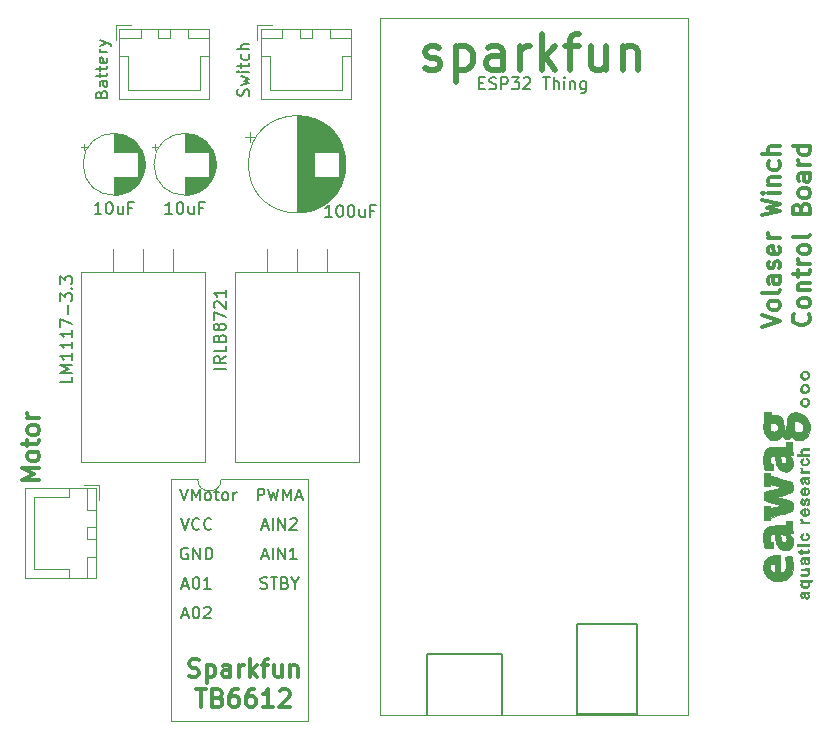
<source format=gbr>
G04 #@! TF.GenerationSoftware,KiCad,Pcbnew,(5.0.1-3-g963ef8bb5)*
G04 #@! TF.CreationDate,2018-11-18T00:10:26+02:00*
G04 #@! TF.ProjectId,winch,77696E63682E6B696361645F70636200,rev?*
G04 #@! TF.SameCoordinates,Original*
G04 #@! TF.FileFunction,Legend,Top*
G04 #@! TF.FilePolarity,Positive*
%FSLAX46Y46*%
G04 Gerber Fmt 4.6, Leading zero omitted, Abs format (unit mm)*
G04 Created by KiCad (PCBNEW (5.0.1-3-g963ef8bb5)) date Sunday, November 18, 2018 at 12:10:26 AM*
%MOMM*%
%LPD*%
G01*
G04 APERTURE LIST*
%ADD10C,0.200000*%
%ADD11C,0.300000*%
%ADD12C,0.120000*%
%ADD13C,0.150000*%
%ADD14C,0.010000*%
%ADD15C,0.500000*%
G04 APERTURE END LIST*
D10*
X122404761Y-118904761D02*
X122547619Y-118952380D01*
X122785714Y-118952380D01*
X122880952Y-118904761D01*
X122928571Y-118857142D01*
X122976190Y-118761904D01*
X122976190Y-118666666D01*
X122928571Y-118571428D01*
X122880952Y-118523809D01*
X122785714Y-118476190D01*
X122595238Y-118428571D01*
X122500000Y-118380952D01*
X122452380Y-118333333D01*
X122404761Y-118238095D01*
X122404761Y-118142857D01*
X122452380Y-118047619D01*
X122500000Y-118000000D01*
X122595238Y-117952380D01*
X122833333Y-117952380D01*
X122976190Y-118000000D01*
X123261904Y-117952380D02*
X123833333Y-117952380D01*
X123547619Y-118952380D02*
X123547619Y-117952380D01*
X124500000Y-118428571D02*
X124642857Y-118476190D01*
X124690476Y-118523809D01*
X124738095Y-118619047D01*
X124738095Y-118761904D01*
X124690476Y-118857142D01*
X124642857Y-118904761D01*
X124547619Y-118952380D01*
X124166666Y-118952380D01*
X124166666Y-117952380D01*
X124500000Y-117952380D01*
X124595238Y-118000000D01*
X124642857Y-118047619D01*
X124690476Y-118142857D01*
X124690476Y-118238095D01*
X124642857Y-118333333D01*
X124595238Y-118380952D01*
X124500000Y-118428571D01*
X124166666Y-118428571D01*
X125357142Y-118476190D02*
X125357142Y-118952380D01*
X125023809Y-117952380D02*
X125357142Y-118476190D01*
X125690476Y-117952380D01*
X122523809Y-116166666D02*
X123000000Y-116166666D01*
X122428571Y-116452380D02*
X122761904Y-115452380D01*
X123095238Y-116452380D01*
X123428571Y-116452380D02*
X123428571Y-115452380D01*
X123904761Y-116452380D02*
X123904761Y-115452380D01*
X124476190Y-116452380D01*
X124476190Y-115452380D01*
X125476190Y-116452380D02*
X124904761Y-116452380D01*
X125190476Y-116452380D02*
X125190476Y-115452380D01*
X125095238Y-115595238D01*
X125000000Y-115690476D01*
X124904761Y-115738095D01*
X122523809Y-113666666D02*
X123000000Y-113666666D01*
X122428571Y-113952380D02*
X122761904Y-112952380D01*
X123095238Y-113952380D01*
X123428571Y-113952380D02*
X123428571Y-112952380D01*
X123904761Y-113952380D02*
X123904761Y-112952380D01*
X124476190Y-113952380D01*
X124476190Y-112952380D01*
X124904761Y-113047619D02*
X124952380Y-113000000D01*
X125047619Y-112952380D01*
X125285714Y-112952380D01*
X125380952Y-113000000D01*
X125428571Y-113047619D01*
X125476190Y-113142857D01*
X125476190Y-113238095D01*
X125428571Y-113380952D01*
X124857142Y-113952380D01*
X125476190Y-113952380D01*
X122166666Y-111452380D02*
X122166666Y-110452380D01*
X122547619Y-110452380D01*
X122642857Y-110500000D01*
X122690476Y-110547619D01*
X122738095Y-110642857D01*
X122738095Y-110785714D01*
X122690476Y-110880952D01*
X122642857Y-110928571D01*
X122547619Y-110976190D01*
X122166666Y-110976190D01*
X123071428Y-110452380D02*
X123309523Y-111452380D01*
X123500000Y-110738095D01*
X123690476Y-111452380D01*
X123928571Y-110452380D01*
X124309523Y-111452380D02*
X124309523Y-110452380D01*
X124642857Y-111166666D01*
X124976190Y-110452380D01*
X124976190Y-111452380D01*
X125404761Y-111166666D02*
X125880952Y-111166666D01*
X125309523Y-111452380D02*
X125642857Y-110452380D01*
X125976190Y-111452380D01*
X115809523Y-121166666D02*
X116285714Y-121166666D01*
X115714285Y-121452380D02*
X116047619Y-120452380D01*
X116380952Y-121452380D01*
X116904761Y-120452380D02*
X117000000Y-120452380D01*
X117095238Y-120500000D01*
X117142857Y-120547619D01*
X117190476Y-120642857D01*
X117238095Y-120833333D01*
X117238095Y-121071428D01*
X117190476Y-121261904D01*
X117142857Y-121357142D01*
X117095238Y-121404761D01*
X117000000Y-121452380D01*
X116904761Y-121452380D01*
X116809523Y-121404761D01*
X116761904Y-121357142D01*
X116714285Y-121261904D01*
X116666666Y-121071428D01*
X116666666Y-120833333D01*
X116714285Y-120642857D01*
X116761904Y-120547619D01*
X116809523Y-120500000D01*
X116904761Y-120452380D01*
X117619047Y-120547619D02*
X117666666Y-120500000D01*
X117761904Y-120452380D01*
X118000000Y-120452380D01*
X118095238Y-120500000D01*
X118142857Y-120547619D01*
X118190476Y-120642857D01*
X118190476Y-120738095D01*
X118142857Y-120880952D01*
X117571428Y-121452380D01*
X118190476Y-121452380D01*
X115809523Y-118666666D02*
X116285714Y-118666666D01*
X115714285Y-118952380D02*
X116047619Y-117952380D01*
X116380952Y-118952380D01*
X116904761Y-117952380D02*
X117000000Y-117952380D01*
X117095238Y-118000000D01*
X117142857Y-118047619D01*
X117190476Y-118142857D01*
X117238095Y-118333333D01*
X117238095Y-118571428D01*
X117190476Y-118761904D01*
X117142857Y-118857142D01*
X117095238Y-118904761D01*
X117000000Y-118952380D01*
X116904761Y-118952380D01*
X116809523Y-118904761D01*
X116761904Y-118857142D01*
X116714285Y-118761904D01*
X116666666Y-118571428D01*
X116666666Y-118333333D01*
X116714285Y-118142857D01*
X116761904Y-118047619D01*
X116809523Y-118000000D01*
X116904761Y-117952380D01*
X118190476Y-118952380D02*
X117619047Y-118952380D01*
X117904761Y-118952380D02*
X117904761Y-117952380D01*
X117809523Y-118095238D01*
X117714285Y-118190476D01*
X117619047Y-118238095D01*
X116238095Y-115500000D02*
X116142857Y-115452380D01*
X116000000Y-115452380D01*
X115857142Y-115500000D01*
X115761904Y-115595238D01*
X115714285Y-115690476D01*
X115666666Y-115880952D01*
X115666666Y-116023809D01*
X115714285Y-116214285D01*
X115761904Y-116309523D01*
X115857142Y-116404761D01*
X116000000Y-116452380D01*
X116095238Y-116452380D01*
X116238095Y-116404761D01*
X116285714Y-116357142D01*
X116285714Y-116023809D01*
X116095238Y-116023809D01*
X116714285Y-116452380D02*
X116714285Y-115452380D01*
X117285714Y-116452380D01*
X117285714Y-115452380D01*
X117761904Y-116452380D02*
X117761904Y-115452380D01*
X118000000Y-115452380D01*
X118142857Y-115500000D01*
X118238095Y-115595238D01*
X118285714Y-115690476D01*
X118333333Y-115880952D01*
X118333333Y-116023809D01*
X118285714Y-116214285D01*
X118238095Y-116309523D01*
X118142857Y-116404761D01*
X118000000Y-116452380D01*
X117761904Y-116452380D01*
X115666666Y-112952380D02*
X116000000Y-113952380D01*
X116333333Y-112952380D01*
X117238095Y-113857142D02*
X117190476Y-113904761D01*
X117047619Y-113952380D01*
X116952380Y-113952380D01*
X116809523Y-113904761D01*
X116714285Y-113809523D01*
X116666666Y-113714285D01*
X116619047Y-113523809D01*
X116619047Y-113380952D01*
X116666666Y-113190476D01*
X116714285Y-113095238D01*
X116809523Y-113000000D01*
X116952380Y-112952380D01*
X117047619Y-112952380D01*
X117190476Y-113000000D01*
X117238095Y-113047619D01*
X118238095Y-113857142D02*
X118190476Y-113904761D01*
X118047619Y-113952380D01*
X117952380Y-113952380D01*
X117809523Y-113904761D01*
X117714285Y-113809523D01*
X117666666Y-113714285D01*
X117619047Y-113523809D01*
X117619047Y-113380952D01*
X117666666Y-113190476D01*
X117714285Y-113095238D01*
X117809523Y-113000000D01*
X117952380Y-112952380D01*
X118047619Y-112952380D01*
X118190476Y-113000000D01*
X118238095Y-113047619D01*
X115595238Y-110452380D02*
X115928571Y-111452380D01*
X116261904Y-110452380D01*
X116595238Y-111452380D02*
X116595238Y-110452380D01*
X116928571Y-111166666D01*
X117261904Y-110452380D01*
X117261904Y-111452380D01*
X117880952Y-111452380D02*
X117785714Y-111404761D01*
X117738095Y-111357142D01*
X117690476Y-111261904D01*
X117690476Y-110976190D01*
X117738095Y-110880952D01*
X117785714Y-110833333D01*
X117880952Y-110785714D01*
X118023809Y-110785714D01*
X118119047Y-110833333D01*
X118166666Y-110880952D01*
X118214285Y-110976190D01*
X118214285Y-111261904D01*
X118166666Y-111357142D01*
X118119047Y-111404761D01*
X118023809Y-111452380D01*
X117880952Y-111452380D01*
X118500000Y-110785714D02*
X118880952Y-110785714D01*
X118642857Y-110452380D02*
X118642857Y-111309523D01*
X118690476Y-111404761D01*
X118785714Y-111452380D01*
X118880952Y-111452380D01*
X119357142Y-111452380D02*
X119261904Y-111404761D01*
X119214285Y-111357142D01*
X119166666Y-111261904D01*
X119166666Y-110976190D01*
X119214285Y-110880952D01*
X119261904Y-110833333D01*
X119357142Y-110785714D01*
X119500000Y-110785714D01*
X119595238Y-110833333D01*
X119642857Y-110880952D01*
X119690476Y-110976190D01*
X119690476Y-111261904D01*
X119642857Y-111357142D01*
X119595238Y-111404761D01*
X119500000Y-111452380D01*
X119357142Y-111452380D01*
X120119047Y-111452380D02*
X120119047Y-110785714D01*
X120119047Y-110976190D02*
X120166666Y-110880952D01*
X120214285Y-110833333D01*
X120309523Y-110785714D01*
X120404761Y-110785714D01*
D11*
X164903571Y-96750000D02*
X166403571Y-96250000D01*
X164903571Y-95750000D01*
X166403571Y-95035714D02*
X166332142Y-95178571D01*
X166260714Y-95250000D01*
X166117857Y-95321428D01*
X165689285Y-95321428D01*
X165546428Y-95250000D01*
X165475000Y-95178571D01*
X165403571Y-95035714D01*
X165403571Y-94821428D01*
X165475000Y-94678571D01*
X165546428Y-94607142D01*
X165689285Y-94535714D01*
X166117857Y-94535714D01*
X166260714Y-94607142D01*
X166332142Y-94678571D01*
X166403571Y-94821428D01*
X166403571Y-95035714D01*
X166403571Y-93678571D02*
X166332142Y-93821428D01*
X166189285Y-93892857D01*
X164903571Y-93892857D01*
X166403571Y-92464285D02*
X165617857Y-92464285D01*
X165475000Y-92535714D01*
X165403571Y-92678571D01*
X165403571Y-92964285D01*
X165475000Y-93107142D01*
X166332142Y-92464285D02*
X166403571Y-92607142D01*
X166403571Y-92964285D01*
X166332142Y-93107142D01*
X166189285Y-93178571D01*
X166046428Y-93178571D01*
X165903571Y-93107142D01*
X165832142Y-92964285D01*
X165832142Y-92607142D01*
X165760714Y-92464285D01*
X166332142Y-91821428D02*
X166403571Y-91678571D01*
X166403571Y-91392857D01*
X166332142Y-91250000D01*
X166189285Y-91178571D01*
X166117857Y-91178571D01*
X165975000Y-91250000D01*
X165903571Y-91392857D01*
X165903571Y-91607142D01*
X165832142Y-91750000D01*
X165689285Y-91821428D01*
X165617857Y-91821428D01*
X165475000Y-91750000D01*
X165403571Y-91607142D01*
X165403571Y-91392857D01*
X165475000Y-91250000D01*
X166332142Y-89964285D02*
X166403571Y-90107142D01*
X166403571Y-90392857D01*
X166332142Y-90535714D01*
X166189285Y-90607142D01*
X165617857Y-90607142D01*
X165475000Y-90535714D01*
X165403571Y-90392857D01*
X165403571Y-90107142D01*
X165475000Y-89964285D01*
X165617857Y-89892857D01*
X165760714Y-89892857D01*
X165903571Y-90607142D01*
X166403571Y-89250000D02*
X165403571Y-89250000D01*
X165689285Y-89250000D02*
X165546428Y-89178571D01*
X165475000Y-89107142D01*
X165403571Y-88964285D01*
X165403571Y-88821428D01*
X164903571Y-87321428D02*
X166403571Y-86964285D01*
X165332142Y-86678571D01*
X166403571Y-86392857D01*
X164903571Y-86035714D01*
X166403571Y-85464285D02*
X165403571Y-85464285D01*
X164903571Y-85464285D02*
X164975000Y-85535714D01*
X165046428Y-85464285D01*
X164975000Y-85392857D01*
X164903571Y-85464285D01*
X165046428Y-85464285D01*
X165403571Y-84750000D02*
X166403571Y-84750000D01*
X165546428Y-84750000D02*
X165475000Y-84678571D01*
X165403571Y-84535714D01*
X165403571Y-84321428D01*
X165475000Y-84178571D01*
X165617857Y-84107142D01*
X166403571Y-84107142D01*
X166332142Y-82750000D02*
X166403571Y-82892857D01*
X166403571Y-83178571D01*
X166332142Y-83321428D01*
X166260714Y-83392857D01*
X166117857Y-83464285D01*
X165689285Y-83464285D01*
X165546428Y-83392857D01*
X165475000Y-83321428D01*
X165403571Y-83178571D01*
X165403571Y-82892857D01*
X165475000Y-82750000D01*
X166403571Y-82107142D02*
X164903571Y-82107142D01*
X166403571Y-81464285D02*
X165617857Y-81464285D01*
X165475000Y-81535714D01*
X165403571Y-81678571D01*
X165403571Y-81892857D01*
X165475000Y-82035714D01*
X165546428Y-82107142D01*
X168810714Y-95678571D02*
X168882142Y-95750000D01*
X168953571Y-95964285D01*
X168953571Y-96107142D01*
X168882142Y-96321428D01*
X168739285Y-96464285D01*
X168596428Y-96535714D01*
X168310714Y-96607142D01*
X168096428Y-96607142D01*
X167810714Y-96535714D01*
X167667857Y-96464285D01*
X167525000Y-96321428D01*
X167453571Y-96107142D01*
X167453571Y-95964285D01*
X167525000Y-95750000D01*
X167596428Y-95678571D01*
X168953571Y-94821428D02*
X168882142Y-94964285D01*
X168810714Y-95035714D01*
X168667857Y-95107142D01*
X168239285Y-95107142D01*
X168096428Y-95035714D01*
X168025000Y-94964285D01*
X167953571Y-94821428D01*
X167953571Y-94607142D01*
X168025000Y-94464285D01*
X168096428Y-94392857D01*
X168239285Y-94321428D01*
X168667857Y-94321428D01*
X168810714Y-94392857D01*
X168882142Y-94464285D01*
X168953571Y-94607142D01*
X168953571Y-94821428D01*
X167953571Y-93678571D02*
X168953571Y-93678571D01*
X168096428Y-93678571D02*
X168025000Y-93607142D01*
X167953571Y-93464285D01*
X167953571Y-93250000D01*
X168025000Y-93107142D01*
X168167857Y-93035714D01*
X168953571Y-93035714D01*
X167953571Y-92535714D02*
X167953571Y-91964285D01*
X167453571Y-92321428D02*
X168739285Y-92321428D01*
X168882142Y-92250000D01*
X168953571Y-92107142D01*
X168953571Y-91964285D01*
X168953571Y-91464285D02*
X167953571Y-91464285D01*
X168239285Y-91464285D02*
X168096428Y-91392857D01*
X168025000Y-91321428D01*
X167953571Y-91178571D01*
X167953571Y-91035714D01*
X168953571Y-90321428D02*
X168882142Y-90464285D01*
X168810714Y-90535714D01*
X168667857Y-90607142D01*
X168239285Y-90607142D01*
X168096428Y-90535714D01*
X168025000Y-90464285D01*
X167953571Y-90321428D01*
X167953571Y-90107142D01*
X168025000Y-89964285D01*
X168096428Y-89892857D01*
X168239285Y-89821428D01*
X168667857Y-89821428D01*
X168810714Y-89892857D01*
X168882142Y-89964285D01*
X168953571Y-90107142D01*
X168953571Y-90321428D01*
X168953571Y-88964285D02*
X168882142Y-89107142D01*
X168739285Y-89178571D01*
X167453571Y-89178571D01*
X168167857Y-86750000D02*
X168239285Y-86535714D01*
X168310714Y-86464285D01*
X168453571Y-86392857D01*
X168667857Y-86392857D01*
X168810714Y-86464285D01*
X168882142Y-86535714D01*
X168953571Y-86678571D01*
X168953571Y-87250000D01*
X167453571Y-87250000D01*
X167453571Y-86750000D01*
X167525000Y-86607142D01*
X167596428Y-86535714D01*
X167739285Y-86464285D01*
X167882142Y-86464285D01*
X168025000Y-86535714D01*
X168096428Y-86607142D01*
X168167857Y-86750000D01*
X168167857Y-87250000D01*
X168953571Y-85535714D02*
X168882142Y-85678571D01*
X168810714Y-85750000D01*
X168667857Y-85821428D01*
X168239285Y-85821428D01*
X168096428Y-85750000D01*
X168025000Y-85678571D01*
X167953571Y-85535714D01*
X167953571Y-85321428D01*
X168025000Y-85178571D01*
X168096428Y-85107142D01*
X168239285Y-85035714D01*
X168667857Y-85035714D01*
X168810714Y-85107142D01*
X168882142Y-85178571D01*
X168953571Y-85321428D01*
X168953571Y-85535714D01*
X168953571Y-83750000D02*
X168167857Y-83750000D01*
X168025000Y-83821428D01*
X167953571Y-83964285D01*
X167953571Y-84250000D01*
X168025000Y-84392857D01*
X168882142Y-83750000D02*
X168953571Y-83892857D01*
X168953571Y-84250000D01*
X168882142Y-84392857D01*
X168739285Y-84464285D01*
X168596428Y-84464285D01*
X168453571Y-84392857D01*
X168382142Y-84250000D01*
X168382142Y-83892857D01*
X168310714Y-83750000D01*
X168953571Y-83035714D02*
X167953571Y-83035714D01*
X168239285Y-83035714D02*
X168096428Y-82964285D01*
X168025000Y-82892857D01*
X167953571Y-82750000D01*
X167953571Y-82607142D01*
X168953571Y-81464285D02*
X167453571Y-81464285D01*
X168882142Y-81464285D02*
X168953571Y-81607142D01*
X168953571Y-81892857D01*
X168882142Y-82035714D01*
X168810714Y-82107142D01*
X168667857Y-82178571D01*
X168239285Y-82178571D01*
X168096428Y-82107142D01*
X168025000Y-82035714D01*
X167953571Y-81892857D01*
X167953571Y-81607142D01*
X168025000Y-81464285D01*
X116357142Y-126332142D02*
X116571428Y-126403571D01*
X116928571Y-126403571D01*
X117071428Y-126332142D01*
X117142857Y-126260714D01*
X117214285Y-126117857D01*
X117214285Y-125975000D01*
X117142857Y-125832142D01*
X117071428Y-125760714D01*
X116928571Y-125689285D01*
X116642857Y-125617857D01*
X116500000Y-125546428D01*
X116428571Y-125475000D01*
X116357142Y-125332142D01*
X116357142Y-125189285D01*
X116428571Y-125046428D01*
X116500000Y-124975000D01*
X116642857Y-124903571D01*
X117000000Y-124903571D01*
X117214285Y-124975000D01*
X117857142Y-125403571D02*
X117857142Y-126903571D01*
X117857142Y-125475000D02*
X118000000Y-125403571D01*
X118285714Y-125403571D01*
X118428571Y-125475000D01*
X118500000Y-125546428D01*
X118571428Y-125689285D01*
X118571428Y-126117857D01*
X118500000Y-126260714D01*
X118428571Y-126332142D01*
X118285714Y-126403571D01*
X118000000Y-126403571D01*
X117857142Y-126332142D01*
X119857142Y-126403571D02*
X119857142Y-125617857D01*
X119785714Y-125475000D01*
X119642857Y-125403571D01*
X119357142Y-125403571D01*
X119214285Y-125475000D01*
X119857142Y-126332142D02*
X119714285Y-126403571D01*
X119357142Y-126403571D01*
X119214285Y-126332142D01*
X119142857Y-126189285D01*
X119142857Y-126046428D01*
X119214285Y-125903571D01*
X119357142Y-125832142D01*
X119714285Y-125832142D01*
X119857142Y-125760714D01*
X120571428Y-126403571D02*
X120571428Y-125403571D01*
X120571428Y-125689285D02*
X120642857Y-125546428D01*
X120714285Y-125475000D01*
X120857142Y-125403571D01*
X121000000Y-125403571D01*
X121500000Y-126403571D02*
X121500000Y-124903571D01*
X121642857Y-125832142D02*
X122071428Y-126403571D01*
X122071428Y-125403571D02*
X121500000Y-125975000D01*
X122500000Y-125403571D02*
X123071428Y-125403571D01*
X122714285Y-126403571D02*
X122714285Y-125117857D01*
X122785714Y-124975000D01*
X122928571Y-124903571D01*
X123071428Y-124903571D01*
X124214285Y-125403571D02*
X124214285Y-126403571D01*
X123571428Y-125403571D02*
X123571428Y-126189285D01*
X123642857Y-126332142D01*
X123785714Y-126403571D01*
X124000000Y-126403571D01*
X124142857Y-126332142D01*
X124214285Y-126260714D01*
X124928571Y-125403571D02*
X124928571Y-126403571D01*
X124928571Y-125546428D02*
X125000000Y-125475000D01*
X125142857Y-125403571D01*
X125357142Y-125403571D01*
X125500000Y-125475000D01*
X125571428Y-125617857D01*
X125571428Y-126403571D01*
X116964285Y-127453571D02*
X117821428Y-127453571D01*
X117392857Y-128953571D02*
X117392857Y-127453571D01*
X118821428Y-128167857D02*
X119035714Y-128239285D01*
X119107142Y-128310714D01*
X119178571Y-128453571D01*
X119178571Y-128667857D01*
X119107142Y-128810714D01*
X119035714Y-128882142D01*
X118892857Y-128953571D01*
X118321428Y-128953571D01*
X118321428Y-127453571D01*
X118821428Y-127453571D01*
X118964285Y-127525000D01*
X119035714Y-127596428D01*
X119107142Y-127739285D01*
X119107142Y-127882142D01*
X119035714Y-128025000D01*
X118964285Y-128096428D01*
X118821428Y-128167857D01*
X118321428Y-128167857D01*
X120464285Y-127453571D02*
X120178571Y-127453571D01*
X120035714Y-127525000D01*
X119964285Y-127596428D01*
X119821428Y-127810714D01*
X119750000Y-128096428D01*
X119750000Y-128667857D01*
X119821428Y-128810714D01*
X119892857Y-128882142D01*
X120035714Y-128953571D01*
X120321428Y-128953571D01*
X120464285Y-128882142D01*
X120535714Y-128810714D01*
X120607142Y-128667857D01*
X120607142Y-128310714D01*
X120535714Y-128167857D01*
X120464285Y-128096428D01*
X120321428Y-128025000D01*
X120035714Y-128025000D01*
X119892857Y-128096428D01*
X119821428Y-128167857D01*
X119750000Y-128310714D01*
X121892857Y-127453571D02*
X121607142Y-127453571D01*
X121464285Y-127525000D01*
X121392857Y-127596428D01*
X121250000Y-127810714D01*
X121178571Y-128096428D01*
X121178571Y-128667857D01*
X121250000Y-128810714D01*
X121321428Y-128882142D01*
X121464285Y-128953571D01*
X121750000Y-128953571D01*
X121892857Y-128882142D01*
X121964285Y-128810714D01*
X122035714Y-128667857D01*
X122035714Y-128310714D01*
X121964285Y-128167857D01*
X121892857Y-128096428D01*
X121750000Y-128025000D01*
X121464285Y-128025000D01*
X121321428Y-128096428D01*
X121250000Y-128167857D01*
X121178571Y-128310714D01*
X123464285Y-128953571D02*
X122607142Y-128953571D01*
X123035714Y-128953571D02*
X123035714Y-127453571D01*
X122892857Y-127667857D01*
X122750000Y-127810714D01*
X122607142Y-127882142D01*
X124035714Y-127596428D02*
X124107142Y-127525000D01*
X124250000Y-127453571D01*
X124607142Y-127453571D01*
X124750000Y-127525000D01*
X124821428Y-127596428D01*
X124892857Y-127739285D01*
X124892857Y-127882142D01*
X124821428Y-128096428D01*
X123964285Y-128953571D01*
X124892857Y-128953571D01*
X103678571Y-109750000D02*
X102178571Y-109750000D01*
X103250000Y-109250000D01*
X102178571Y-108750000D01*
X103678571Y-108750000D01*
X103678571Y-107821428D02*
X103607142Y-107964285D01*
X103535714Y-108035714D01*
X103392857Y-108107142D01*
X102964285Y-108107142D01*
X102821428Y-108035714D01*
X102750000Y-107964285D01*
X102678571Y-107821428D01*
X102678571Y-107607142D01*
X102750000Y-107464285D01*
X102821428Y-107392857D01*
X102964285Y-107321428D01*
X103392857Y-107321428D01*
X103535714Y-107392857D01*
X103607142Y-107464285D01*
X103678571Y-107607142D01*
X103678571Y-107821428D01*
X102678571Y-106892857D02*
X102678571Y-106321428D01*
X102178571Y-106678571D02*
X103464285Y-106678571D01*
X103607142Y-106607142D01*
X103678571Y-106464285D01*
X103678571Y-106321428D01*
X103678571Y-105607142D02*
X103607142Y-105750000D01*
X103535714Y-105821428D01*
X103392857Y-105892857D01*
X102964285Y-105892857D01*
X102821428Y-105821428D01*
X102750000Y-105750000D01*
X102678571Y-105607142D01*
X102678571Y-105392857D01*
X102750000Y-105250000D01*
X102821428Y-105178571D01*
X102964285Y-105107142D01*
X103392857Y-105107142D01*
X103535714Y-105178571D01*
X103607142Y-105250000D01*
X103678571Y-105392857D01*
X103678571Y-105607142D01*
X103678571Y-104464285D02*
X102678571Y-104464285D01*
X102964285Y-104464285D02*
X102821428Y-104392857D01*
X102750000Y-104321428D01*
X102678571Y-104178571D01*
X102678571Y-104035714D01*
D10*
X121404761Y-77214285D02*
X121452380Y-77071428D01*
X121452380Y-76833333D01*
X121404761Y-76738095D01*
X121357142Y-76690476D01*
X121261904Y-76642857D01*
X121166666Y-76642857D01*
X121071428Y-76690476D01*
X121023809Y-76738095D01*
X120976190Y-76833333D01*
X120928571Y-77023809D01*
X120880952Y-77119047D01*
X120833333Y-77166666D01*
X120738095Y-77214285D01*
X120642857Y-77214285D01*
X120547619Y-77166666D01*
X120500000Y-77119047D01*
X120452380Y-77023809D01*
X120452380Y-76785714D01*
X120500000Y-76642857D01*
X120785714Y-76309523D02*
X121452380Y-76119047D01*
X120976190Y-75928571D01*
X121452380Y-75738095D01*
X120785714Y-75547619D01*
X121452380Y-75166666D02*
X120785714Y-75166666D01*
X120452380Y-75166666D02*
X120500000Y-75214285D01*
X120547619Y-75166666D01*
X120500000Y-75119047D01*
X120452380Y-75166666D01*
X120547619Y-75166666D01*
X120785714Y-74833333D02*
X120785714Y-74452380D01*
X120452380Y-74690476D02*
X121309523Y-74690476D01*
X121404761Y-74642857D01*
X121452380Y-74547619D01*
X121452380Y-74452380D01*
X121404761Y-73690476D02*
X121452380Y-73785714D01*
X121452380Y-73976190D01*
X121404761Y-74071428D01*
X121357142Y-74119047D01*
X121261904Y-74166666D01*
X120976190Y-74166666D01*
X120880952Y-74119047D01*
X120833333Y-74071428D01*
X120785714Y-73976190D01*
X120785714Y-73785714D01*
X120833333Y-73690476D01*
X121452380Y-73261904D02*
X120452380Y-73261904D01*
X121452380Y-72833333D02*
X120928571Y-72833333D01*
X120833333Y-72880952D01*
X120785714Y-72976190D01*
X120785714Y-73119047D01*
X120833333Y-73214285D01*
X120880952Y-73261904D01*
D12*
G04 #@! TO.C,BT1*
X110440000Y-71540000D02*
X110440000Y-77510000D01*
X110440000Y-77510000D02*
X118060000Y-77510000D01*
X118060000Y-77510000D02*
X118060000Y-71540000D01*
X118060000Y-71540000D02*
X110440000Y-71540000D01*
X113750000Y-71550000D02*
X113750000Y-72300000D01*
X113750000Y-72300000D02*
X114750000Y-72300000D01*
X114750000Y-72300000D02*
X114750000Y-71550000D01*
X114750000Y-71550000D02*
X113750000Y-71550000D01*
X110450000Y-71550000D02*
X110450000Y-72300000D01*
X110450000Y-72300000D02*
X112250000Y-72300000D01*
X112250000Y-72300000D02*
X112250000Y-71550000D01*
X112250000Y-71550000D02*
X110450000Y-71550000D01*
X116250000Y-71550000D02*
X116250000Y-72300000D01*
X116250000Y-72300000D02*
X118050000Y-72300000D01*
X118050000Y-72300000D02*
X118050000Y-71550000D01*
X118050000Y-71550000D02*
X116250000Y-71550000D01*
X110450000Y-73800000D02*
X111200000Y-73800000D01*
X111200000Y-73800000D02*
X111200000Y-76750000D01*
X111200000Y-76750000D02*
X114250000Y-76750000D01*
X118050000Y-73800000D02*
X117300000Y-73800000D01*
X117300000Y-73800000D02*
X117300000Y-76750000D01*
X117300000Y-76750000D02*
X114250000Y-76750000D01*
X111400000Y-71250000D02*
X110150000Y-71250000D01*
X110150000Y-71250000D02*
X110150000Y-72500000D01*
G04 #@! TO.C,C1*
X129620000Y-83000000D02*
G75*
G03X129620000Y-83000000I-4120000J0D01*
G01*
X125500000Y-78920000D02*
X125500000Y-87080000D01*
X125540000Y-78920000D02*
X125540000Y-87080000D01*
X125580000Y-78920000D02*
X125580000Y-87080000D01*
X125620000Y-78921000D02*
X125620000Y-87079000D01*
X125660000Y-78923000D02*
X125660000Y-87077000D01*
X125700000Y-78924000D02*
X125700000Y-87076000D01*
X125740000Y-78926000D02*
X125740000Y-87074000D01*
X125780000Y-78929000D02*
X125780000Y-87071000D01*
X125820000Y-78932000D02*
X125820000Y-87068000D01*
X125860000Y-78935000D02*
X125860000Y-87065000D01*
X125900000Y-78939000D02*
X125900000Y-87061000D01*
X125940000Y-78943000D02*
X125940000Y-87057000D01*
X125980000Y-78948000D02*
X125980000Y-87052000D01*
X126020000Y-78952000D02*
X126020000Y-87048000D01*
X126060000Y-78958000D02*
X126060000Y-87042000D01*
X126100000Y-78963000D02*
X126100000Y-87037000D01*
X126140000Y-78970000D02*
X126140000Y-87030000D01*
X126180000Y-78976000D02*
X126180000Y-87024000D01*
X126221000Y-78983000D02*
X126221000Y-87017000D01*
X126261000Y-78990000D02*
X126261000Y-87010000D01*
X126301000Y-78998000D02*
X126301000Y-87002000D01*
X126341000Y-79006000D02*
X126341000Y-86994000D01*
X126381000Y-79015000D02*
X126381000Y-86985000D01*
X126421000Y-79024000D02*
X126421000Y-86976000D01*
X126461000Y-79033000D02*
X126461000Y-86967000D01*
X126501000Y-79043000D02*
X126501000Y-86957000D01*
X126541000Y-79053000D02*
X126541000Y-86947000D01*
X126581000Y-79064000D02*
X126581000Y-86936000D01*
X126621000Y-79075000D02*
X126621000Y-86925000D01*
X126661000Y-79086000D02*
X126661000Y-86914000D01*
X126701000Y-79098000D02*
X126701000Y-86902000D01*
X126741000Y-79111000D02*
X126741000Y-86889000D01*
X126781000Y-79123000D02*
X126781000Y-86877000D01*
X126821000Y-79137000D02*
X126821000Y-86863000D01*
X126861000Y-79150000D02*
X126861000Y-86850000D01*
X126901000Y-79165000D02*
X126901000Y-86835000D01*
X126941000Y-79179000D02*
X126941000Y-86821000D01*
X126981000Y-79195000D02*
X126981000Y-81960000D01*
X126981000Y-84040000D02*
X126981000Y-86805000D01*
X127021000Y-79210000D02*
X127021000Y-81960000D01*
X127021000Y-84040000D02*
X127021000Y-86790000D01*
X127061000Y-79226000D02*
X127061000Y-81960000D01*
X127061000Y-84040000D02*
X127061000Y-86774000D01*
X127101000Y-79243000D02*
X127101000Y-81960000D01*
X127101000Y-84040000D02*
X127101000Y-86757000D01*
X127141000Y-79260000D02*
X127141000Y-81960000D01*
X127141000Y-84040000D02*
X127141000Y-86740000D01*
X127181000Y-79278000D02*
X127181000Y-81960000D01*
X127181000Y-84040000D02*
X127181000Y-86722000D01*
X127221000Y-79296000D02*
X127221000Y-81960000D01*
X127221000Y-84040000D02*
X127221000Y-86704000D01*
X127261000Y-79314000D02*
X127261000Y-81960000D01*
X127261000Y-84040000D02*
X127261000Y-86686000D01*
X127301000Y-79334000D02*
X127301000Y-81960000D01*
X127301000Y-84040000D02*
X127301000Y-86666000D01*
X127341000Y-79353000D02*
X127341000Y-81960000D01*
X127341000Y-84040000D02*
X127341000Y-86647000D01*
X127381000Y-79373000D02*
X127381000Y-81960000D01*
X127381000Y-84040000D02*
X127381000Y-86627000D01*
X127421000Y-79394000D02*
X127421000Y-81960000D01*
X127421000Y-84040000D02*
X127421000Y-86606000D01*
X127461000Y-79416000D02*
X127461000Y-81960000D01*
X127461000Y-84040000D02*
X127461000Y-86584000D01*
X127501000Y-79438000D02*
X127501000Y-81960000D01*
X127501000Y-84040000D02*
X127501000Y-86562000D01*
X127541000Y-79460000D02*
X127541000Y-81960000D01*
X127541000Y-84040000D02*
X127541000Y-86540000D01*
X127581000Y-79483000D02*
X127581000Y-81960000D01*
X127581000Y-84040000D02*
X127581000Y-86517000D01*
X127621000Y-79507000D02*
X127621000Y-81960000D01*
X127621000Y-84040000D02*
X127621000Y-86493000D01*
X127661000Y-79531000D02*
X127661000Y-81960000D01*
X127661000Y-84040000D02*
X127661000Y-86469000D01*
X127701000Y-79556000D02*
X127701000Y-81960000D01*
X127701000Y-84040000D02*
X127701000Y-86444000D01*
X127741000Y-79582000D02*
X127741000Y-81960000D01*
X127741000Y-84040000D02*
X127741000Y-86418000D01*
X127781000Y-79608000D02*
X127781000Y-81960000D01*
X127781000Y-84040000D02*
X127781000Y-86392000D01*
X127821000Y-79635000D02*
X127821000Y-81960000D01*
X127821000Y-84040000D02*
X127821000Y-86365000D01*
X127861000Y-79662000D02*
X127861000Y-81960000D01*
X127861000Y-84040000D02*
X127861000Y-86338000D01*
X127901000Y-79691000D02*
X127901000Y-81960000D01*
X127901000Y-84040000D02*
X127901000Y-86309000D01*
X127941000Y-79720000D02*
X127941000Y-81960000D01*
X127941000Y-84040000D02*
X127941000Y-86280000D01*
X127981000Y-79750000D02*
X127981000Y-81960000D01*
X127981000Y-84040000D02*
X127981000Y-86250000D01*
X128021000Y-79780000D02*
X128021000Y-81960000D01*
X128021000Y-84040000D02*
X128021000Y-86220000D01*
X128061000Y-79811000D02*
X128061000Y-81960000D01*
X128061000Y-84040000D02*
X128061000Y-86189000D01*
X128101000Y-79844000D02*
X128101000Y-81960000D01*
X128101000Y-84040000D02*
X128101000Y-86156000D01*
X128141000Y-79876000D02*
X128141000Y-81960000D01*
X128141000Y-84040000D02*
X128141000Y-86124000D01*
X128181000Y-79910000D02*
X128181000Y-81960000D01*
X128181000Y-84040000D02*
X128181000Y-86090000D01*
X128221000Y-79945000D02*
X128221000Y-81960000D01*
X128221000Y-84040000D02*
X128221000Y-86055000D01*
X128261000Y-79981000D02*
X128261000Y-81960000D01*
X128261000Y-84040000D02*
X128261000Y-86019000D01*
X128301000Y-80017000D02*
X128301000Y-81960000D01*
X128301000Y-84040000D02*
X128301000Y-85983000D01*
X128341000Y-80055000D02*
X128341000Y-81960000D01*
X128341000Y-84040000D02*
X128341000Y-85945000D01*
X128381000Y-80093000D02*
X128381000Y-81960000D01*
X128381000Y-84040000D02*
X128381000Y-85907000D01*
X128421000Y-80133000D02*
X128421000Y-81960000D01*
X128421000Y-84040000D02*
X128421000Y-85867000D01*
X128461000Y-80174000D02*
X128461000Y-81960000D01*
X128461000Y-84040000D02*
X128461000Y-85826000D01*
X128501000Y-80216000D02*
X128501000Y-81960000D01*
X128501000Y-84040000D02*
X128501000Y-85784000D01*
X128541000Y-80259000D02*
X128541000Y-81960000D01*
X128541000Y-84040000D02*
X128541000Y-85741000D01*
X128581000Y-80303000D02*
X128581000Y-81960000D01*
X128581000Y-84040000D02*
X128581000Y-85697000D01*
X128621000Y-80349000D02*
X128621000Y-81960000D01*
X128621000Y-84040000D02*
X128621000Y-85651000D01*
X128661000Y-80396000D02*
X128661000Y-81960000D01*
X128661000Y-84040000D02*
X128661000Y-85604000D01*
X128701000Y-80444000D02*
X128701000Y-81960000D01*
X128701000Y-84040000D02*
X128701000Y-85556000D01*
X128741000Y-80495000D02*
X128741000Y-81960000D01*
X128741000Y-84040000D02*
X128741000Y-85505000D01*
X128781000Y-80546000D02*
X128781000Y-81960000D01*
X128781000Y-84040000D02*
X128781000Y-85454000D01*
X128821000Y-80600000D02*
X128821000Y-81960000D01*
X128821000Y-84040000D02*
X128821000Y-85400000D01*
X128861000Y-80655000D02*
X128861000Y-81960000D01*
X128861000Y-84040000D02*
X128861000Y-85345000D01*
X128901000Y-80713000D02*
X128901000Y-81960000D01*
X128901000Y-84040000D02*
X128901000Y-85287000D01*
X128941000Y-80772000D02*
X128941000Y-81960000D01*
X128941000Y-84040000D02*
X128941000Y-85228000D01*
X128981000Y-80834000D02*
X128981000Y-81960000D01*
X128981000Y-84040000D02*
X128981000Y-85166000D01*
X129021000Y-80898000D02*
X129021000Y-81960000D01*
X129021000Y-84040000D02*
X129021000Y-85102000D01*
X129061000Y-80966000D02*
X129061000Y-85034000D01*
X129101000Y-81036000D02*
X129101000Y-84964000D01*
X129141000Y-81110000D02*
X129141000Y-84890000D01*
X129181000Y-81187000D02*
X129181000Y-84813000D01*
X129221000Y-81269000D02*
X129221000Y-84731000D01*
X129261000Y-81355000D02*
X129261000Y-84645000D01*
X129301000Y-81448000D02*
X129301000Y-84552000D01*
X129341000Y-81547000D02*
X129341000Y-84453000D01*
X129381000Y-81654000D02*
X129381000Y-84346000D01*
X129421000Y-81771000D02*
X129421000Y-84229000D01*
X129461000Y-81902000D02*
X129461000Y-84098000D01*
X129501000Y-82052000D02*
X129501000Y-83948000D01*
X129541000Y-82232000D02*
X129541000Y-83768000D01*
X129581000Y-82467000D02*
X129581000Y-83533000D01*
X121090302Y-80685000D02*
X121890302Y-80685000D01*
X121490302Y-80285000D02*
X121490302Y-81085000D01*
G04 #@! TO.C,C2*
X107445225Y-81275000D02*
X107445225Y-81775000D01*
X107195225Y-81525000D02*
X107695225Y-81525000D01*
X112601000Y-82716000D02*
X112601000Y-83284000D01*
X112561000Y-82482000D02*
X112561000Y-83518000D01*
X112521000Y-82323000D02*
X112521000Y-83677000D01*
X112481000Y-82195000D02*
X112481000Y-83805000D01*
X112441000Y-82085000D02*
X112441000Y-83915000D01*
X112401000Y-81989000D02*
X112401000Y-84011000D01*
X112361000Y-81902000D02*
X112361000Y-84098000D01*
X112321000Y-81822000D02*
X112321000Y-84178000D01*
X112281000Y-81749000D02*
X112281000Y-84251000D01*
X112241000Y-81681000D02*
X112241000Y-84319000D01*
X112201000Y-81617000D02*
X112201000Y-84383000D01*
X112161000Y-81557000D02*
X112161000Y-84443000D01*
X112121000Y-81500000D02*
X112121000Y-84500000D01*
X112081000Y-81446000D02*
X112081000Y-84554000D01*
X112041000Y-81395000D02*
X112041000Y-84605000D01*
X112001000Y-84040000D02*
X112001000Y-84653000D01*
X112001000Y-81347000D02*
X112001000Y-81960000D01*
X111961000Y-84040000D02*
X111961000Y-84699000D01*
X111961000Y-81301000D02*
X111961000Y-81960000D01*
X111921000Y-84040000D02*
X111921000Y-84743000D01*
X111921000Y-81257000D02*
X111921000Y-81960000D01*
X111881000Y-84040000D02*
X111881000Y-84785000D01*
X111881000Y-81215000D02*
X111881000Y-81960000D01*
X111841000Y-84040000D02*
X111841000Y-84826000D01*
X111841000Y-81174000D02*
X111841000Y-81960000D01*
X111801000Y-84040000D02*
X111801000Y-84864000D01*
X111801000Y-81136000D02*
X111801000Y-81960000D01*
X111761000Y-84040000D02*
X111761000Y-84901000D01*
X111761000Y-81099000D02*
X111761000Y-81960000D01*
X111721000Y-84040000D02*
X111721000Y-84937000D01*
X111721000Y-81063000D02*
X111721000Y-81960000D01*
X111681000Y-84040000D02*
X111681000Y-84971000D01*
X111681000Y-81029000D02*
X111681000Y-81960000D01*
X111641000Y-84040000D02*
X111641000Y-85004000D01*
X111641000Y-80996000D02*
X111641000Y-81960000D01*
X111601000Y-84040000D02*
X111601000Y-85035000D01*
X111601000Y-80965000D02*
X111601000Y-81960000D01*
X111561000Y-84040000D02*
X111561000Y-85065000D01*
X111561000Y-80935000D02*
X111561000Y-81960000D01*
X111521000Y-84040000D02*
X111521000Y-85095000D01*
X111521000Y-80905000D02*
X111521000Y-81960000D01*
X111481000Y-84040000D02*
X111481000Y-85122000D01*
X111481000Y-80878000D02*
X111481000Y-81960000D01*
X111441000Y-84040000D02*
X111441000Y-85149000D01*
X111441000Y-80851000D02*
X111441000Y-81960000D01*
X111401000Y-84040000D02*
X111401000Y-85175000D01*
X111401000Y-80825000D02*
X111401000Y-81960000D01*
X111361000Y-84040000D02*
X111361000Y-85200000D01*
X111361000Y-80800000D02*
X111361000Y-81960000D01*
X111321000Y-84040000D02*
X111321000Y-85224000D01*
X111321000Y-80776000D02*
X111321000Y-81960000D01*
X111281000Y-84040000D02*
X111281000Y-85247000D01*
X111281000Y-80753000D02*
X111281000Y-81960000D01*
X111241000Y-84040000D02*
X111241000Y-85268000D01*
X111241000Y-80732000D02*
X111241000Y-81960000D01*
X111201000Y-84040000D02*
X111201000Y-85290000D01*
X111201000Y-80710000D02*
X111201000Y-81960000D01*
X111161000Y-84040000D02*
X111161000Y-85310000D01*
X111161000Y-80690000D02*
X111161000Y-81960000D01*
X111121000Y-84040000D02*
X111121000Y-85329000D01*
X111121000Y-80671000D02*
X111121000Y-81960000D01*
X111081000Y-84040000D02*
X111081000Y-85348000D01*
X111081000Y-80652000D02*
X111081000Y-81960000D01*
X111041000Y-84040000D02*
X111041000Y-85365000D01*
X111041000Y-80635000D02*
X111041000Y-81960000D01*
X111001000Y-84040000D02*
X111001000Y-85382000D01*
X111001000Y-80618000D02*
X111001000Y-81960000D01*
X110961000Y-84040000D02*
X110961000Y-85398000D01*
X110961000Y-80602000D02*
X110961000Y-81960000D01*
X110921000Y-84040000D02*
X110921000Y-85414000D01*
X110921000Y-80586000D02*
X110921000Y-81960000D01*
X110881000Y-84040000D02*
X110881000Y-85428000D01*
X110881000Y-80572000D02*
X110881000Y-81960000D01*
X110841000Y-84040000D02*
X110841000Y-85442000D01*
X110841000Y-80558000D02*
X110841000Y-81960000D01*
X110801000Y-84040000D02*
X110801000Y-85455000D01*
X110801000Y-80545000D02*
X110801000Y-81960000D01*
X110761000Y-84040000D02*
X110761000Y-85468000D01*
X110761000Y-80532000D02*
X110761000Y-81960000D01*
X110721000Y-84040000D02*
X110721000Y-85480000D01*
X110721000Y-80520000D02*
X110721000Y-81960000D01*
X110680000Y-84040000D02*
X110680000Y-85491000D01*
X110680000Y-80509000D02*
X110680000Y-81960000D01*
X110640000Y-84040000D02*
X110640000Y-85501000D01*
X110640000Y-80499000D02*
X110640000Y-81960000D01*
X110600000Y-84040000D02*
X110600000Y-85511000D01*
X110600000Y-80489000D02*
X110600000Y-81960000D01*
X110560000Y-84040000D02*
X110560000Y-85520000D01*
X110560000Y-80480000D02*
X110560000Y-81960000D01*
X110520000Y-84040000D02*
X110520000Y-85528000D01*
X110520000Y-80472000D02*
X110520000Y-81960000D01*
X110480000Y-84040000D02*
X110480000Y-85536000D01*
X110480000Y-80464000D02*
X110480000Y-81960000D01*
X110440000Y-84040000D02*
X110440000Y-85543000D01*
X110440000Y-80457000D02*
X110440000Y-81960000D01*
X110400000Y-84040000D02*
X110400000Y-85550000D01*
X110400000Y-80450000D02*
X110400000Y-81960000D01*
X110360000Y-84040000D02*
X110360000Y-85556000D01*
X110360000Y-80444000D02*
X110360000Y-81960000D01*
X110320000Y-84040000D02*
X110320000Y-85561000D01*
X110320000Y-80439000D02*
X110320000Y-81960000D01*
X110280000Y-84040000D02*
X110280000Y-85565000D01*
X110280000Y-80435000D02*
X110280000Y-81960000D01*
X110240000Y-84040000D02*
X110240000Y-85569000D01*
X110240000Y-80431000D02*
X110240000Y-81960000D01*
X110200000Y-84040000D02*
X110200000Y-85573000D01*
X110200000Y-80427000D02*
X110200000Y-81960000D01*
X110160000Y-84040000D02*
X110160000Y-85576000D01*
X110160000Y-80424000D02*
X110160000Y-81960000D01*
X110120000Y-84040000D02*
X110120000Y-85578000D01*
X110120000Y-80422000D02*
X110120000Y-81960000D01*
X110080000Y-84040000D02*
X110080000Y-85579000D01*
X110080000Y-80421000D02*
X110080000Y-81960000D01*
X110040000Y-80420000D02*
X110040000Y-81960000D01*
X110040000Y-84040000D02*
X110040000Y-85580000D01*
X110000000Y-80420000D02*
X110000000Y-81960000D01*
X110000000Y-84040000D02*
X110000000Y-85580000D01*
X112620000Y-83000000D02*
G75*
G03X112620000Y-83000000I-2620000J0D01*
G01*
G04 #@! TO.C,C3*
X118620000Y-83000000D02*
G75*
G03X118620000Y-83000000I-2620000J0D01*
G01*
X116000000Y-84040000D02*
X116000000Y-85580000D01*
X116000000Y-80420000D02*
X116000000Y-81960000D01*
X116040000Y-84040000D02*
X116040000Y-85580000D01*
X116040000Y-80420000D02*
X116040000Y-81960000D01*
X116080000Y-80421000D02*
X116080000Y-81960000D01*
X116080000Y-84040000D02*
X116080000Y-85579000D01*
X116120000Y-80422000D02*
X116120000Y-81960000D01*
X116120000Y-84040000D02*
X116120000Y-85578000D01*
X116160000Y-80424000D02*
X116160000Y-81960000D01*
X116160000Y-84040000D02*
X116160000Y-85576000D01*
X116200000Y-80427000D02*
X116200000Y-81960000D01*
X116200000Y-84040000D02*
X116200000Y-85573000D01*
X116240000Y-80431000D02*
X116240000Y-81960000D01*
X116240000Y-84040000D02*
X116240000Y-85569000D01*
X116280000Y-80435000D02*
X116280000Y-81960000D01*
X116280000Y-84040000D02*
X116280000Y-85565000D01*
X116320000Y-80439000D02*
X116320000Y-81960000D01*
X116320000Y-84040000D02*
X116320000Y-85561000D01*
X116360000Y-80444000D02*
X116360000Y-81960000D01*
X116360000Y-84040000D02*
X116360000Y-85556000D01*
X116400000Y-80450000D02*
X116400000Y-81960000D01*
X116400000Y-84040000D02*
X116400000Y-85550000D01*
X116440000Y-80457000D02*
X116440000Y-81960000D01*
X116440000Y-84040000D02*
X116440000Y-85543000D01*
X116480000Y-80464000D02*
X116480000Y-81960000D01*
X116480000Y-84040000D02*
X116480000Y-85536000D01*
X116520000Y-80472000D02*
X116520000Y-81960000D01*
X116520000Y-84040000D02*
X116520000Y-85528000D01*
X116560000Y-80480000D02*
X116560000Y-81960000D01*
X116560000Y-84040000D02*
X116560000Y-85520000D01*
X116600000Y-80489000D02*
X116600000Y-81960000D01*
X116600000Y-84040000D02*
X116600000Y-85511000D01*
X116640000Y-80499000D02*
X116640000Y-81960000D01*
X116640000Y-84040000D02*
X116640000Y-85501000D01*
X116680000Y-80509000D02*
X116680000Y-81960000D01*
X116680000Y-84040000D02*
X116680000Y-85491000D01*
X116721000Y-80520000D02*
X116721000Y-81960000D01*
X116721000Y-84040000D02*
X116721000Y-85480000D01*
X116761000Y-80532000D02*
X116761000Y-81960000D01*
X116761000Y-84040000D02*
X116761000Y-85468000D01*
X116801000Y-80545000D02*
X116801000Y-81960000D01*
X116801000Y-84040000D02*
X116801000Y-85455000D01*
X116841000Y-80558000D02*
X116841000Y-81960000D01*
X116841000Y-84040000D02*
X116841000Y-85442000D01*
X116881000Y-80572000D02*
X116881000Y-81960000D01*
X116881000Y-84040000D02*
X116881000Y-85428000D01*
X116921000Y-80586000D02*
X116921000Y-81960000D01*
X116921000Y-84040000D02*
X116921000Y-85414000D01*
X116961000Y-80602000D02*
X116961000Y-81960000D01*
X116961000Y-84040000D02*
X116961000Y-85398000D01*
X117001000Y-80618000D02*
X117001000Y-81960000D01*
X117001000Y-84040000D02*
X117001000Y-85382000D01*
X117041000Y-80635000D02*
X117041000Y-81960000D01*
X117041000Y-84040000D02*
X117041000Y-85365000D01*
X117081000Y-80652000D02*
X117081000Y-81960000D01*
X117081000Y-84040000D02*
X117081000Y-85348000D01*
X117121000Y-80671000D02*
X117121000Y-81960000D01*
X117121000Y-84040000D02*
X117121000Y-85329000D01*
X117161000Y-80690000D02*
X117161000Y-81960000D01*
X117161000Y-84040000D02*
X117161000Y-85310000D01*
X117201000Y-80710000D02*
X117201000Y-81960000D01*
X117201000Y-84040000D02*
X117201000Y-85290000D01*
X117241000Y-80732000D02*
X117241000Y-81960000D01*
X117241000Y-84040000D02*
X117241000Y-85268000D01*
X117281000Y-80753000D02*
X117281000Y-81960000D01*
X117281000Y-84040000D02*
X117281000Y-85247000D01*
X117321000Y-80776000D02*
X117321000Y-81960000D01*
X117321000Y-84040000D02*
X117321000Y-85224000D01*
X117361000Y-80800000D02*
X117361000Y-81960000D01*
X117361000Y-84040000D02*
X117361000Y-85200000D01*
X117401000Y-80825000D02*
X117401000Y-81960000D01*
X117401000Y-84040000D02*
X117401000Y-85175000D01*
X117441000Y-80851000D02*
X117441000Y-81960000D01*
X117441000Y-84040000D02*
X117441000Y-85149000D01*
X117481000Y-80878000D02*
X117481000Y-81960000D01*
X117481000Y-84040000D02*
X117481000Y-85122000D01*
X117521000Y-80905000D02*
X117521000Y-81960000D01*
X117521000Y-84040000D02*
X117521000Y-85095000D01*
X117561000Y-80935000D02*
X117561000Y-81960000D01*
X117561000Y-84040000D02*
X117561000Y-85065000D01*
X117601000Y-80965000D02*
X117601000Y-81960000D01*
X117601000Y-84040000D02*
X117601000Y-85035000D01*
X117641000Y-80996000D02*
X117641000Y-81960000D01*
X117641000Y-84040000D02*
X117641000Y-85004000D01*
X117681000Y-81029000D02*
X117681000Y-81960000D01*
X117681000Y-84040000D02*
X117681000Y-84971000D01*
X117721000Y-81063000D02*
X117721000Y-81960000D01*
X117721000Y-84040000D02*
X117721000Y-84937000D01*
X117761000Y-81099000D02*
X117761000Y-81960000D01*
X117761000Y-84040000D02*
X117761000Y-84901000D01*
X117801000Y-81136000D02*
X117801000Y-81960000D01*
X117801000Y-84040000D02*
X117801000Y-84864000D01*
X117841000Y-81174000D02*
X117841000Y-81960000D01*
X117841000Y-84040000D02*
X117841000Y-84826000D01*
X117881000Y-81215000D02*
X117881000Y-81960000D01*
X117881000Y-84040000D02*
X117881000Y-84785000D01*
X117921000Y-81257000D02*
X117921000Y-81960000D01*
X117921000Y-84040000D02*
X117921000Y-84743000D01*
X117961000Y-81301000D02*
X117961000Y-81960000D01*
X117961000Y-84040000D02*
X117961000Y-84699000D01*
X118001000Y-81347000D02*
X118001000Y-81960000D01*
X118001000Y-84040000D02*
X118001000Y-84653000D01*
X118041000Y-81395000D02*
X118041000Y-84605000D01*
X118081000Y-81446000D02*
X118081000Y-84554000D01*
X118121000Y-81500000D02*
X118121000Y-84500000D01*
X118161000Y-81557000D02*
X118161000Y-84443000D01*
X118201000Y-81617000D02*
X118201000Y-84383000D01*
X118241000Y-81681000D02*
X118241000Y-84319000D01*
X118281000Y-81749000D02*
X118281000Y-84251000D01*
X118321000Y-81822000D02*
X118321000Y-84178000D01*
X118361000Y-81902000D02*
X118361000Y-84098000D01*
X118401000Y-81989000D02*
X118401000Y-84011000D01*
X118441000Y-82085000D02*
X118441000Y-83915000D01*
X118481000Y-82195000D02*
X118481000Y-83805000D01*
X118521000Y-82323000D02*
X118521000Y-83677000D01*
X118561000Y-82482000D02*
X118561000Y-83518000D01*
X118601000Y-82716000D02*
X118601000Y-83284000D01*
X113195225Y-81525000D02*
X113695225Y-81525000D01*
X113445225Y-81275000D02*
X113445225Y-81775000D01*
G04 #@! TO.C,M1*
X108460000Y-110440000D02*
X102490000Y-110440000D01*
X102490000Y-110440000D02*
X102490000Y-118060000D01*
X102490000Y-118060000D02*
X108460000Y-118060000D01*
X108460000Y-118060000D02*
X108460000Y-110440000D01*
X108450000Y-113750000D02*
X107700000Y-113750000D01*
X107700000Y-113750000D02*
X107700000Y-114750000D01*
X107700000Y-114750000D02*
X108450000Y-114750000D01*
X108450000Y-114750000D02*
X108450000Y-113750000D01*
X108450000Y-110450000D02*
X107700000Y-110450000D01*
X107700000Y-110450000D02*
X107700000Y-112250000D01*
X107700000Y-112250000D02*
X108450000Y-112250000D01*
X108450000Y-112250000D02*
X108450000Y-110450000D01*
X108450000Y-116250000D02*
X107700000Y-116250000D01*
X107700000Y-116250000D02*
X107700000Y-118050000D01*
X107700000Y-118050000D02*
X108450000Y-118050000D01*
X108450000Y-118050000D02*
X108450000Y-116250000D01*
X106200000Y-110450000D02*
X106200000Y-111200000D01*
X106200000Y-111200000D02*
X103250000Y-111200000D01*
X103250000Y-111200000D02*
X103250000Y-114250000D01*
X106200000Y-118050000D02*
X106200000Y-117300000D01*
X106200000Y-117300000D02*
X103250000Y-117300000D01*
X103250000Y-117300000D02*
X103250000Y-114250000D01*
X108750000Y-111400000D02*
X108750000Y-110150000D01*
X108750000Y-110150000D02*
X107500000Y-110150000D01*
G04 #@! TO.C,SW1*
X122150000Y-71250000D02*
X122150000Y-72500000D01*
X123400000Y-71250000D02*
X122150000Y-71250000D01*
X129300000Y-76750000D02*
X126250000Y-76750000D01*
X129300000Y-73800000D02*
X129300000Y-76750000D01*
X130050000Y-73800000D02*
X129300000Y-73800000D01*
X123200000Y-76750000D02*
X126250000Y-76750000D01*
X123200000Y-73800000D02*
X123200000Y-76750000D01*
X122450000Y-73800000D02*
X123200000Y-73800000D01*
X130050000Y-71550000D02*
X128250000Y-71550000D01*
X130050000Y-72300000D02*
X130050000Y-71550000D01*
X128250000Y-72300000D02*
X130050000Y-72300000D01*
X128250000Y-71550000D02*
X128250000Y-72300000D01*
X124250000Y-71550000D02*
X122450000Y-71550000D01*
X124250000Y-72300000D02*
X124250000Y-71550000D01*
X122450000Y-72300000D02*
X124250000Y-72300000D01*
X122450000Y-71550000D02*
X122450000Y-72300000D01*
X126750000Y-71550000D02*
X125750000Y-71550000D01*
X126750000Y-72300000D02*
X126750000Y-71550000D01*
X125750000Y-72300000D02*
X126750000Y-72300000D01*
X125750000Y-71550000D02*
X125750000Y-72300000D01*
X130060000Y-71540000D02*
X122440000Y-71540000D01*
X130060000Y-77510000D02*
X130060000Y-71540000D01*
X122440000Y-77510000D02*
X130060000Y-77510000D01*
X122440000Y-71540000D02*
X122440000Y-77510000D01*
G04 #@! TO.C,U1*
X119080000Y-109670000D02*
G75*
G02X117080000Y-109670000I-1000000J0D01*
G01*
X117080000Y-109670000D02*
X114845000Y-109670000D01*
X114845000Y-109670000D02*
X114845000Y-130110000D01*
X114845000Y-130110000D02*
X126395000Y-130110000D01*
X126395000Y-130110000D02*
X126395000Y-109670000D01*
X126395000Y-109670000D02*
X119080000Y-109670000D01*
G04 #@! TO.C,U2*
X158560000Y-129650000D02*
X158560000Y-70650000D01*
X132560000Y-70650000D02*
X132560000Y-129650000D01*
X132560000Y-129650000D02*
X158560000Y-129650000D01*
X158560000Y-70650000D02*
X132560000Y-70650000D01*
D13*
X154320000Y-129530000D02*
X154320000Y-121910000D01*
X154320000Y-121910000D02*
X149240000Y-121910000D01*
X149240000Y-121910000D02*
X149240000Y-129530000D01*
X149240000Y-129530000D02*
X154320000Y-129530000D01*
X142890000Y-129530000D02*
X142890000Y-124450000D01*
X142890000Y-124450000D02*
X136540000Y-124450000D01*
X136540000Y-124450000D02*
X136540000Y-129530000D01*
D12*
G04 #@! TO.C,Q1*
X130710000Y-92110000D02*
X120210000Y-92110000D01*
X130710000Y-108220000D02*
X120210000Y-108220000D01*
X130710000Y-108220000D02*
X130710000Y-92110000D01*
X120210000Y-108220000D02*
X120210000Y-92110000D01*
X128000000Y-92110000D02*
X128000000Y-90150000D01*
X125460000Y-92110000D02*
X125460000Y-90150000D01*
X122920000Y-92110000D02*
X122920000Y-90150000D01*
G04 #@! TO.C,U3*
X117710000Y-92110000D02*
X107210000Y-92110000D01*
X117710000Y-108220000D02*
X107210000Y-108220000D01*
X117710000Y-108220000D02*
X117710000Y-92110000D01*
X107210000Y-108220000D02*
X107210000Y-92110000D01*
X115000000Y-92110000D02*
X115000000Y-90150000D01*
X112460000Y-92110000D02*
X112460000Y-90150000D01*
X109920000Y-92110000D02*
X109920000Y-90150000D01*
D14*
G04 #@! TO.C,G\002A\002A\002A*
G36*
X165276157Y-111961267D02*
X165520814Y-111954033D01*
X165537658Y-112043817D01*
X165550573Y-112102641D01*
X165560831Y-112132624D01*
X165562138Y-112133600D01*
X165587958Y-112127416D01*
X165654693Y-112110281D01*
X165754174Y-112084325D01*
X165878228Y-112051678D01*
X165986437Y-112023033D01*
X166130352Y-111984942D01*
X166262189Y-111950231D01*
X166371916Y-111921527D01*
X166449501Y-111901458D01*
X166479030Y-111894023D01*
X166503449Y-111885018D01*
X166501788Y-111873908D01*
X166468777Y-111858534D01*
X166399146Y-111836740D01*
X166287625Y-111806366D01*
X166225030Y-111790013D01*
X166082235Y-111751474D01*
X165908969Y-111702391D01*
X165723067Y-111647946D01*
X165542364Y-111593320D01*
X165463300Y-111568741D01*
X165031500Y-111433036D01*
X165031500Y-110780762D01*
X165598507Y-110607601D01*
X165772866Y-110555045D01*
X165943075Y-110505004D01*
X166099068Y-110460341D01*
X166230780Y-110423920D01*
X166328145Y-110398607D01*
X166355534Y-110392164D01*
X166444280Y-110371267D01*
X166508658Y-110353889D01*
X166537297Y-110343163D01*
X166537642Y-110341976D01*
X166511418Y-110333036D01*
X166445628Y-110314398D01*
X166349980Y-110288723D01*
X166234182Y-110258670D01*
X166225114Y-110256354D01*
X166087853Y-110220573D01*
X165950219Y-110183390D01*
X165829766Y-110149617D01*
X165755400Y-110127616D01*
X165669707Y-110101864D01*
X165603939Y-110083458D01*
X165572400Y-110076395D01*
X165556499Y-110098432D01*
X165540284Y-110152993D01*
X165537658Y-110165984D01*
X165520814Y-110255768D01*
X165031500Y-110241300D01*
X165031500Y-109149100D01*
X165277829Y-109141847D01*
X165524158Y-109134593D01*
X165540259Y-109230747D01*
X165552028Y-109298727D01*
X165560616Y-109344320D01*
X165561655Y-109349027D01*
X165586335Y-109361036D01*
X165654423Y-109385794D01*
X165760630Y-109421590D01*
X165899667Y-109466711D01*
X166066244Y-109519448D01*
X166255071Y-109578088D01*
X166460858Y-109640919D01*
X166505725Y-109654484D01*
X167444500Y-109937813D01*
X167451535Y-110328901D01*
X167452640Y-110465420D01*
X167451050Y-110584027D01*
X167447088Y-110675418D01*
X167441079Y-110730290D01*
X167437157Y-110741403D01*
X167403378Y-110758407D01*
X167328672Y-110786475D01*
X167221070Y-110823114D01*
X167088599Y-110865826D01*
X166939291Y-110912117D01*
X166781174Y-110959490D01*
X166622279Y-111005449D01*
X166470634Y-111047500D01*
X166352300Y-111078594D01*
X166220787Y-111112344D01*
X166133336Y-111136254D01*
X166084698Y-111152694D01*
X166069623Y-111164031D01*
X166082862Y-111172634D01*
X166119166Y-111180871D01*
X166123700Y-111181735D01*
X166175289Y-111193934D01*
X166264179Y-111217511D01*
X166382318Y-111250123D01*
X166521652Y-111289427D01*
X166674130Y-111333080D01*
X166831700Y-111378740D01*
X166986310Y-111424064D01*
X167129907Y-111466708D01*
X167254439Y-111504331D01*
X167351855Y-111534589D01*
X167414101Y-111555140D01*
X167432505Y-111562537D01*
X167443518Y-111593839D01*
X167451430Y-111664849D01*
X167456339Y-111764576D01*
X167458344Y-111882030D01*
X167457543Y-112006218D01*
X167454033Y-112126149D01*
X167447913Y-112230833D01*
X167439281Y-112309279D01*
X167428235Y-112350496D01*
X167425450Y-112353501D01*
X167394601Y-112364906D01*
X167320560Y-112388813D01*
X167208909Y-112423523D01*
X167065229Y-112467334D01*
X166895102Y-112518545D01*
X166704110Y-112575456D01*
X166497835Y-112636365D01*
X166479353Y-112641796D01*
X165565006Y-112910393D01*
X165542993Y-113030882D01*
X165520981Y-113151370D01*
X165276240Y-113144135D01*
X165031500Y-113136900D01*
X165031500Y-111968500D01*
X165276157Y-111961267D01*
X165276157Y-111961267D01*
G37*
X165276157Y-111961267D02*
X165520814Y-111954033D01*
X165537658Y-112043817D01*
X165550573Y-112102641D01*
X165560831Y-112132624D01*
X165562138Y-112133600D01*
X165587958Y-112127416D01*
X165654693Y-112110281D01*
X165754174Y-112084325D01*
X165878228Y-112051678D01*
X165986437Y-112023033D01*
X166130352Y-111984942D01*
X166262189Y-111950231D01*
X166371916Y-111921527D01*
X166449501Y-111901458D01*
X166479030Y-111894023D01*
X166503449Y-111885018D01*
X166501788Y-111873908D01*
X166468777Y-111858534D01*
X166399146Y-111836740D01*
X166287625Y-111806366D01*
X166225030Y-111790013D01*
X166082235Y-111751474D01*
X165908969Y-111702391D01*
X165723067Y-111647946D01*
X165542364Y-111593320D01*
X165463300Y-111568741D01*
X165031500Y-111433036D01*
X165031500Y-110780762D01*
X165598507Y-110607601D01*
X165772866Y-110555045D01*
X165943075Y-110505004D01*
X166099068Y-110460341D01*
X166230780Y-110423920D01*
X166328145Y-110398607D01*
X166355534Y-110392164D01*
X166444280Y-110371267D01*
X166508658Y-110353889D01*
X166537297Y-110343163D01*
X166537642Y-110341976D01*
X166511418Y-110333036D01*
X166445628Y-110314398D01*
X166349980Y-110288723D01*
X166234182Y-110258670D01*
X166225114Y-110256354D01*
X166087853Y-110220573D01*
X165950219Y-110183390D01*
X165829766Y-110149617D01*
X165755400Y-110127616D01*
X165669707Y-110101864D01*
X165603939Y-110083458D01*
X165572400Y-110076395D01*
X165556499Y-110098432D01*
X165540284Y-110152993D01*
X165537658Y-110165984D01*
X165520814Y-110255768D01*
X165031500Y-110241300D01*
X165031500Y-109149100D01*
X165277829Y-109141847D01*
X165524158Y-109134593D01*
X165540259Y-109230747D01*
X165552028Y-109298727D01*
X165560616Y-109344320D01*
X165561655Y-109349027D01*
X165586335Y-109361036D01*
X165654423Y-109385794D01*
X165760630Y-109421590D01*
X165899667Y-109466711D01*
X166066244Y-109519448D01*
X166255071Y-109578088D01*
X166460858Y-109640919D01*
X166505725Y-109654484D01*
X167444500Y-109937813D01*
X167451535Y-110328901D01*
X167452640Y-110465420D01*
X167451050Y-110584027D01*
X167447088Y-110675418D01*
X167441079Y-110730290D01*
X167437157Y-110741403D01*
X167403378Y-110758407D01*
X167328672Y-110786475D01*
X167221070Y-110823114D01*
X167088599Y-110865826D01*
X166939291Y-110912117D01*
X166781174Y-110959490D01*
X166622279Y-111005449D01*
X166470634Y-111047500D01*
X166352300Y-111078594D01*
X166220787Y-111112344D01*
X166133336Y-111136254D01*
X166084698Y-111152694D01*
X166069623Y-111164031D01*
X166082862Y-111172634D01*
X166119166Y-111180871D01*
X166123700Y-111181735D01*
X166175289Y-111193934D01*
X166264179Y-111217511D01*
X166382318Y-111250123D01*
X166521652Y-111289427D01*
X166674130Y-111333080D01*
X166831700Y-111378740D01*
X166986310Y-111424064D01*
X167129907Y-111466708D01*
X167254439Y-111504331D01*
X167351855Y-111534589D01*
X167414101Y-111555140D01*
X167432505Y-111562537D01*
X167443518Y-111593839D01*
X167451430Y-111664849D01*
X167456339Y-111764576D01*
X167458344Y-111882030D01*
X167457543Y-112006218D01*
X167454033Y-112126149D01*
X167447913Y-112230833D01*
X167439281Y-112309279D01*
X167428235Y-112350496D01*
X167425450Y-112353501D01*
X167394601Y-112364906D01*
X167320560Y-112388813D01*
X167208909Y-112423523D01*
X167065229Y-112467334D01*
X166895102Y-112518545D01*
X166704110Y-112575456D01*
X166497835Y-112636365D01*
X166479353Y-112641796D01*
X165565006Y-112910393D01*
X165542993Y-113030882D01*
X165520981Y-113151370D01*
X165276240Y-113144135D01*
X165031500Y-113136900D01*
X165031500Y-111968500D01*
X165276157Y-111961267D01*
G36*
X164982689Y-107836462D02*
X164986686Y-107717620D01*
X164995351Y-107624215D01*
X165009951Y-107543590D01*
X165031755Y-107463084D01*
X165036830Y-107446713D01*
X165113855Y-107266349D01*
X165219668Y-107126486D01*
X165356663Y-107024219D01*
X165405045Y-107000054D01*
X165447886Y-106981614D01*
X165489576Y-106967228D01*
X165537074Y-106956301D01*
X165597339Y-106948234D01*
X165677332Y-106942431D01*
X165784012Y-106938295D01*
X165924340Y-106935228D01*
X166105275Y-106932633D01*
X166205023Y-106931422D01*
X166408717Y-106929447D01*
X166567436Y-106927613D01*
X166686962Y-106923957D01*
X166773078Y-106916514D01*
X166831565Y-106903321D01*
X166868205Y-106882412D01*
X166888781Y-106851824D01*
X166899073Y-106809593D01*
X166904865Y-106753755D01*
X166910847Y-106691650D01*
X166927455Y-106545600D01*
X167400050Y-106545600D01*
X167414448Y-106617591D01*
X167420165Y-106666087D01*
X167427000Y-106755447D01*
X167434339Y-106875768D01*
X167441564Y-107017141D01*
X167446830Y-107138291D01*
X167464814Y-107587000D01*
X167089807Y-107587000D01*
X167179274Y-107647795D01*
X167290159Y-107751097D01*
X167381154Y-107890718D01*
X167447965Y-108054629D01*
X167486300Y-108230802D01*
X167491865Y-108407209D01*
X167480840Y-108492669D01*
X167424981Y-108672229D01*
X167333863Y-108815541D01*
X167209058Y-108921345D01*
X167052138Y-108988380D01*
X166864676Y-109015384D01*
X166828402Y-109015898D01*
X166734524Y-109004530D01*
X166734524Y-108323600D01*
X166817062Y-108300681D01*
X166890256Y-108240677D01*
X166932071Y-108171200D01*
X166938926Y-108107215D01*
X166927387Y-108018946D01*
X166901162Y-107927853D01*
X166882814Y-107886220D01*
X166815523Y-107803113D01*
X166713396Y-107732665D01*
X166592311Y-107684555D01*
X166531742Y-107672187D01*
X166408071Y-107655236D01*
X166426035Y-107853473D01*
X166455621Y-108034522D01*
X166507245Y-108172791D01*
X166580127Y-108267093D01*
X166673488Y-108316242D01*
X166734524Y-108323600D01*
X166734524Y-109004530D01*
X166633478Y-108992292D01*
X166460836Y-108924032D01*
X166311663Y-108812675D01*
X166187142Y-108659779D01*
X166088459Y-108466902D01*
X166016799Y-108235601D01*
X165973347Y-107967433D01*
X165966167Y-107882632D01*
X165950715Y-107657564D01*
X165810653Y-107669179D01*
X165717346Y-107682490D01*
X165656057Y-107708138D01*
X165613876Y-107746730D01*
X165558731Y-107848067D01*
X165533321Y-107987278D01*
X165538310Y-108160579D01*
X165539495Y-108171162D01*
X165550728Y-108254072D01*
X165568387Y-108303721D01*
X165604404Y-108331594D01*
X165670713Y-108349176D01*
X165736349Y-108360634D01*
X165831599Y-108376702D01*
X165831599Y-108616851D01*
X165831600Y-108857000D01*
X165096958Y-108857000D01*
X165072520Y-108761750D01*
X165033410Y-108595442D01*
X165006972Y-108444184D01*
X164991052Y-108289673D01*
X164983496Y-108113606D01*
X164982093Y-107993400D01*
X164982689Y-107836462D01*
X164982689Y-107836462D01*
G37*
X164982689Y-107836462D02*
X164986686Y-107717620D01*
X164995351Y-107624215D01*
X165009951Y-107543590D01*
X165031755Y-107463084D01*
X165036830Y-107446713D01*
X165113855Y-107266349D01*
X165219668Y-107126486D01*
X165356663Y-107024219D01*
X165405045Y-107000054D01*
X165447886Y-106981614D01*
X165489576Y-106967228D01*
X165537074Y-106956301D01*
X165597339Y-106948234D01*
X165677332Y-106942431D01*
X165784012Y-106938295D01*
X165924340Y-106935228D01*
X166105275Y-106932633D01*
X166205023Y-106931422D01*
X166408717Y-106929447D01*
X166567436Y-106927613D01*
X166686962Y-106923957D01*
X166773078Y-106916514D01*
X166831565Y-106903321D01*
X166868205Y-106882412D01*
X166888781Y-106851824D01*
X166899073Y-106809593D01*
X166904865Y-106753755D01*
X166910847Y-106691650D01*
X166927455Y-106545600D01*
X167400050Y-106545600D01*
X167414448Y-106617591D01*
X167420165Y-106666087D01*
X167427000Y-106755447D01*
X167434339Y-106875768D01*
X167441564Y-107017141D01*
X167446830Y-107138291D01*
X167464814Y-107587000D01*
X167089807Y-107587000D01*
X167179274Y-107647795D01*
X167290159Y-107751097D01*
X167381154Y-107890718D01*
X167447965Y-108054629D01*
X167486300Y-108230802D01*
X167491865Y-108407209D01*
X167480840Y-108492669D01*
X167424981Y-108672229D01*
X167333863Y-108815541D01*
X167209058Y-108921345D01*
X167052138Y-108988380D01*
X166864676Y-109015384D01*
X166828402Y-109015898D01*
X166734524Y-109004530D01*
X166734524Y-108323600D01*
X166817062Y-108300681D01*
X166890256Y-108240677D01*
X166932071Y-108171200D01*
X166938926Y-108107215D01*
X166927387Y-108018946D01*
X166901162Y-107927853D01*
X166882814Y-107886220D01*
X166815523Y-107803113D01*
X166713396Y-107732665D01*
X166592311Y-107684555D01*
X166531742Y-107672187D01*
X166408071Y-107655236D01*
X166426035Y-107853473D01*
X166455621Y-108034522D01*
X166507245Y-108172791D01*
X166580127Y-108267093D01*
X166673488Y-108316242D01*
X166734524Y-108323600D01*
X166734524Y-109004530D01*
X166633478Y-108992292D01*
X166460836Y-108924032D01*
X166311663Y-108812675D01*
X166187142Y-108659779D01*
X166088459Y-108466902D01*
X166016799Y-108235601D01*
X165973347Y-107967433D01*
X165966167Y-107882632D01*
X165950715Y-107657564D01*
X165810653Y-107669179D01*
X165717346Y-107682490D01*
X165656057Y-107708138D01*
X165613876Y-107746730D01*
X165558731Y-107848067D01*
X165533321Y-107987278D01*
X165538310Y-108160579D01*
X165539495Y-108171162D01*
X165550728Y-108254072D01*
X165568387Y-108303721D01*
X165604404Y-108331594D01*
X165670713Y-108349176D01*
X165736349Y-108360634D01*
X165831599Y-108376702D01*
X165831599Y-108616851D01*
X165831600Y-108857000D01*
X165096958Y-108857000D01*
X165072520Y-108761750D01*
X165033410Y-108595442D01*
X165006972Y-108444184D01*
X164991052Y-108289673D01*
X164983496Y-108113606D01*
X164982093Y-107993400D01*
X164982689Y-107836462D01*
G36*
X164986244Y-114351997D02*
X165024771Y-114135233D01*
X165075220Y-113982033D01*
X165125059Y-113893712D01*
X165195199Y-113802670D01*
X165235164Y-113761484D01*
X165294442Y-113710689D01*
X165354262Y-113670349D01*
X165421221Y-113639283D01*
X165501917Y-113616309D01*
X165602944Y-113600248D01*
X165730901Y-113589917D01*
X165892383Y-113584136D01*
X166093987Y-113581723D01*
X166240898Y-113581400D01*
X166438675Y-113581900D01*
X166591630Y-113581933D01*
X166705712Y-113579305D01*
X166786869Y-113571819D01*
X166841049Y-113557279D01*
X166874202Y-113533490D01*
X166892277Y-113498256D01*
X166901220Y-113449381D01*
X166906982Y-113384668D01*
X166911766Y-113333750D01*
X166928787Y-113175000D01*
X167399907Y-113175000D01*
X167414891Y-113270250D01*
X167420897Y-113327222D01*
X167427981Y-113424238D01*
X167435486Y-113550571D01*
X167442760Y-113695494D01*
X167447420Y-113803650D01*
X167464965Y-114241800D01*
X167129419Y-114241800D01*
X167251570Y-114363952D01*
X167369656Y-114517007D01*
X167449256Y-114697701D01*
X167487960Y-114897909D01*
X167483357Y-115109507D01*
X167479964Y-115134060D01*
X167431229Y-115308484D01*
X167344082Y-115451126D01*
X167221684Y-115559399D01*
X167067194Y-115630716D01*
X166883775Y-115662489D01*
X166832606Y-115663952D01*
X166751824Y-115654697D01*
X166751824Y-114967938D01*
X166780737Y-114961606D01*
X166860523Y-114914392D01*
X166904710Y-114850838D01*
X166936288Y-114782895D01*
X166946714Y-114732815D01*
X166938194Y-114675285D01*
X166924406Y-114624916D01*
X166868169Y-114513849D01*
X166774997Y-114419382D01*
X166658289Y-114351263D01*
X166531445Y-114319237D01*
X166502429Y-114318000D01*
X166409236Y-114318000D01*
X166426571Y-114502150D01*
X166455443Y-114673954D01*
X166504868Y-114809631D01*
X166572382Y-114905985D01*
X166655522Y-114959819D01*
X166751824Y-114967938D01*
X166751824Y-115654697D01*
X166637132Y-115641555D01*
X166464721Y-115574232D01*
X166316016Y-115462644D01*
X166191661Y-115307448D01*
X166092297Y-115109304D01*
X166018567Y-114868871D01*
X166007306Y-114817479D01*
X165985225Y-114695701D01*
X165968410Y-114574865D01*
X165959610Y-114475779D01*
X165958933Y-114451350D01*
X165958600Y-114318000D01*
X165829646Y-114318000D01*
X165708107Y-114337951D01*
X165618045Y-114397648D01*
X165559590Y-114496860D01*
X165532876Y-114635358D01*
X165538034Y-114812908D01*
X165539424Y-114825348D01*
X165556823Y-114975262D01*
X165687861Y-114996063D01*
X165818900Y-115016864D01*
X165833506Y-115486400D01*
X165096958Y-115486400D01*
X165071713Y-115391150D01*
X165014361Y-115125039D01*
X164981014Y-114856646D01*
X164971650Y-114595717D01*
X164986244Y-114351997D01*
X164986244Y-114351997D01*
G37*
X164986244Y-114351997D02*
X165024771Y-114135233D01*
X165075220Y-113982033D01*
X165125059Y-113893712D01*
X165195199Y-113802670D01*
X165235164Y-113761484D01*
X165294442Y-113710689D01*
X165354262Y-113670349D01*
X165421221Y-113639283D01*
X165501917Y-113616309D01*
X165602944Y-113600248D01*
X165730901Y-113589917D01*
X165892383Y-113584136D01*
X166093987Y-113581723D01*
X166240898Y-113581400D01*
X166438675Y-113581900D01*
X166591630Y-113581933D01*
X166705712Y-113579305D01*
X166786869Y-113571819D01*
X166841049Y-113557279D01*
X166874202Y-113533490D01*
X166892277Y-113498256D01*
X166901220Y-113449381D01*
X166906982Y-113384668D01*
X166911766Y-113333750D01*
X166928787Y-113175000D01*
X167399907Y-113175000D01*
X167414891Y-113270250D01*
X167420897Y-113327222D01*
X167427981Y-113424238D01*
X167435486Y-113550571D01*
X167442760Y-113695494D01*
X167447420Y-113803650D01*
X167464965Y-114241800D01*
X167129419Y-114241800D01*
X167251570Y-114363952D01*
X167369656Y-114517007D01*
X167449256Y-114697701D01*
X167487960Y-114897909D01*
X167483357Y-115109507D01*
X167479964Y-115134060D01*
X167431229Y-115308484D01*
X167344082Y-115451126D01*
X167221684Y-115559399D01*
X167067194Y-115630716D01*
X166883775Y-115662489D01*
X166832606Y-115663952D01*
X166751824Y-115654697D01*
X166751824Y-114967938D01*
X166780737Y-114961606D01*
X166860523Y-114914392D01*
X166904710Y-114850838D01*
X166936288Y-114782895D01*
X166946714Y-114732815D01*
X166938194Y-114675285D01*
X166924406Y-114624916D01*
X166868169Y-114513849D01*
X166774997Y-114419382D01*
X166658289Y-114351263D01*
X166531445Y-114319237D01*
X166502429Y-114318000D01*
X166409236Y-114318000D01*
X166426571Y-114502150D01*
X166455443Y-114673954D01*
X166504868Y-114809631D01*
X166572382Y-114905985D01*
X166655522Y-114959819D01*
X166751824Y-114967938D01*
X166751824Y-115654697D01*
X166637132Y-115641555D01*
X166464721Y-115574232D01*
X166316016Y-115462644D01*
X166191661Y-115307448D01*
X166092297Y-115109304D01*
X166018567Y-114868871D01*
X166007306Y-114817479D01*
X165985225Y-114695701D01*
X165968410Y-114574865D01*
X165959610Y-114475779D01*
X165958933Y-114451350D01*
X165958600Y-114318000D01*
X165829646Y-114318000D01*
X165708107Y-114337951D01*
X165618045Y-114397648D01*
X165559590Y-114496860D01*
X165532876Y-114635358D01*
X165538034Y-114812908D01*
X165539424Y-114825348D01*
X165556823Y-114975262D01*
X165687861Y-114996063D01*
X165818900Y-115016864D01*
X165833506Y-115486400D01*
X165096958Y-115486400D01*
X165071713Y-115391150D01*
X165014361Y-115125039D01*
X164981014Y-114856646D01*
X164971650Y-114595717D01*
X164986244Y-114351997D01*
G36*
X165017890Y-116823789D02*
X165049859Y-116712480D01*
X165136220Y-116528583D01*
X165264533Y-116371706D01*
X165432195Y-116244463D01*
X165594516Y-116165129D01*
X165709656Y-116131552D01*
X165856486Y-116105426D01*
X166016172Y-116088929D01*
X166169878Y-116084240D01*
X166257050Y-116088500D01*
X166415800Y-116103056D01*
X166415800Y-116823428D01*
X166416284Y-117043370D01*
X166417867Y-117216932D01*
X166420743Y-117348526D01*
X166425106Y-117442563D01*
X166431151Y-117503456D01*
X166439073Y-117535617D01*
X166447550Y-117543659D01*
X166543802Y-117526705D01*
X166651496Y-117483263D01*
X166746753Y-117423357D01*
X166759468Y-117412718D01*
X166837920Y-117311981D01*
X166890810Y-117174863D01*
X166917525Y-117009238D01*
X166917454Y-116822977D01*
X166889984Y-116623950D01*
X166836283Y-116425267D01*
X166807149Y-116336760D01*
X166786646Y-116269811D01*
X166778353Y-116236248D01*
X166778564Y-116234483D01*
X166809769Y-116227233D01*
X166877920Y-116217833D01*
X166969874Y-116207511D01*
X167072487Y-116197495D01*
X167172616Y-116189015D01*
X167257117Y-116183299D01*
X167312846Y-116181576D01*
X167327406Y-116183174D01*
X167345740Y-116214969D01*
X167370092Y-116284631D01*
X167397332Y-116380061D01*
X167424332Y-116489155D01*
X167447962Y-116599813D01*
X167465094Y-116699934D01*
X167469061Y-116731000D01*
X167483584Y-116865982D01*
X167492133Y-116966434D01*
X167495141Y-117048224D01*
X167493043Y-117127216D01*
X167486271Y-117219276D01*
X167483321Y-117252604D01*
X167441686Y-117505179D01*
X167365246Y-117721138D01*
X167253258Y-117901556D01*
X167104978Y-118047505D01*
X166919663Y-118160060D01*
X166828346Y-118198481D01*
X166679450Y-118239360D01*
X166498352Y-118266364D01*
X166301944Y-118278685D01*
X166107114Y-118275513D01*
X165930753Y-118256041D01*
X165872316Y-118244252D01*
X165868438Y-118242959D01*
X165868438Y-117518400D01*
X165933200Y-117518400D01*
X165933200Y-116807200D01*
X165868884Y-116807200D01*
X165758795Y-116828164D01*
X165651842Y-116882992D01*
X165581864Y-116947248D01*
X165535988Y-117043054D01*
X165524415Y-117157695D01*
X165546713Y-117272938D01*
X165591613Y-117357280D01*
X165683226Y-117448183D01*
X165787591Y-117504183D01*
X165868438Y-117518400D01*
X165868438Y-118242959D01*
X165636637Y-118165624D01*
X165433216Y-118050233D01*
X165264337Y-117902328D01*
X165132279Y-117726157D01*
X165039324Y-117525969D01*
X164987754Y-117306013D01*
X164979849Y-117070536D01*
X165017890Y-116823789D01*
X165017890Y-116823789D01*
G37*
X165017890Y-116823789D02*
X165049859Y-116712480D01*
X165136220Y-116528583D01*
X165264533Y-116371706D01*
X165432195Y-116244463D01*
X165594516Y-116165129D01*
X165709656Y-116131552D01*
X165856486Y-116105426D01*
X166016172Y-116088929D01*
X166169878Y-116084240D01*
X166257050Y-116088500D01*
X166415800Y-116103056D01*
X166415800Y-116823428D01*
X166416284Y-117043370D01*
X166417867Y-117216932D01*
X166420743Y-117348526D01*
X166425106Y-117442563D01*
X166431151Y-117503456D01*
X166439073Y-117535617D01*
X166447550Y-117543659D01*
X166543802Y-117526705D01*
X166651496Y-117483263D01*
X166746753Y-117423357D01*
X166759468Y-117412718D01*
X166837920Y-117311981D01*
X166890810Y-117174863D01*
X166917525Y-117009238D01*
X166917454Y-116822977D01*
X166889984Y-116623950D01*
X166836283Y-116425267D01*
X166807149Y-116336760D01*
X166786646Y-116269811D01*
X166778353Y-116236248D01*
X166778564Y-116234483D01*
X166809769Y-116227233D01*
X166877920Y-116217833D01*
X166969874Y-116207511D01*
X167072487Y-116197495D01*
X167172616Y-116189015D01*
X167257117Y-116183299D01*
X167312846Y-116181576D01*
X167327406Y-116183174D01*
X167345740Y-116214969D01*
X167370092Y-116284631D01*
X167397332Y-116380061D01*
X167424332Y-116489155D01*
X167447962Y-116599813D01*
X167465094Y-116699934D01*
X167469061Y-116731000D01*
X167483584Y-116865982D01*
X167492133Y-116966434D01*
X167495141Y-117048224D01*
X167493043Y-117127216D01*
X167486271Y-117219276D01*
X167483321Y-117252604D01*
X167441686Y-117505179D01*
X167365246Y-117721138D01*
X167253258Y-117901556D01*
X167104978Y-118047505D01*
X166919663Y-118160060D01*
X166828346Y-118198481D01*
X166679450Y-118239360D01*
X166498352Y-118266364D01*
X166301944Y-118278685D01*
X166107114Y-118275513D01*
X165930753Y-118256041D01*
X165872316Y-118244252D01*
X165868438Y-118242959D01*
X165868438Y-117518400D01*
X165933200Y-117518400D01*
X165933200Y-116807200D01*
X165868884Y-116807200D01*
X165758795Y-116828164D01*
X165651842Y-116882992D01*
X165581864Y-116947248D01*
X165535988Y-117043054D01*
X165524415Y-117157695D01*
X165546713Y-117272938D01*
X165591613Y-117357280D01*
X165683226Y-117448183D01*
X165787591Y-117504183D01*
X165868438Y-117518400D01*
X165868438Y-118242959D01*
X165636637Y-118165624D01*
X165433216Y-118050233D01*
X165264337Y-117902328D01*
X165132279Y-117726157D01*
X165039324Y-117525969D01*
X164987754Y-117306013D01*
X164979849Y-117070536D01*
X165017890Y-116823789D01*
G36*
X167817047Y-115185372D02*
X167838593Y-115160874D01*
X167889000Y-115156200D01*
X167940195Y-115161156D01*
X167961194Y-115186293D01*
X167965200Y-115245100D01*
X167960952Y-115304829D01*
X167939406Y-115329327D01*
X167889000Y-115334000D01*
X167837804Y-115329045D01*
X167816805Y-115303908D01*
X167812800Y-115245100D01*
X167817047Y-115185372D01*
X167817047Y-115185372D01*
G37*
X167817047Y-115185372D02*
X167838593Y-115160874D01*
X167889000Y-115156200D01*
X167940195Y-115161156D01*
X167961194Y-115186293D01*
X167965200Y-115245100D01*
X167960952Y-115304829D01*
X167939406Y-115329327D01*
X167889000Y-115334000D01*
X167837804Y-115329045D01*
X167816805Y-115303908D01*
X167812800Y-115245100D01*
X167817047Y-115185372D01*
G36*
X168114636Y-100742107D02*
X168175837Y-100632134D01*
X168266763Y-100548013D01*
X168378278Y-100495514D01*
X168501246Y-100480412D01*
X168626531Y-100508476D01*
X168650493Y-100519490D01*
X168750281Y-100596209D01*
X168819726Y-100703727D01*
X168854185Y-100829021D01*
X168849015Y-100959070D01*
X168829843Y-101022489D01*
X168798382Y-101070353D01*
X168743542Y-101130489D01*
X168716269Y-101155839D01*
X168609222Y-101219858D01*
X168491895Y-101241625D01*
X168482650Y-101240366D01*
X168482650Y-101133798D01*
X168583261Y-101105535D01*
X168603378Y-101095657D01*
X168674991Y-101034439D01*
X168728550Y-100944145D01*
X168751505Y-100846198D01*
X168751605Y-100842602D01*
X168738242Y-100784208D01*
X168709315Y-100728302D01*
X168645756Y-100652471D01*
X168577166Y-100614285D01*
X168483468Y-100602872D01*
X168477596Y-100602808D01*
X168364915Y-100623690D01*
X168280141Y-100683740D01*
X168230032Y-100776320D01*
X168219200Y-100856587D01*
X168227119Y-100934196D01*
X168258174Y-100996022D01*
X168305560Y-101049040D01*
X168393628Y-101115521D01*
X168482650Y-101133798D01*
X168482650Y-101240366D01*
X168374037Y-101225572D01*
X168265399Y-101176131D01*
X168175729Y-101097736D01*
X168114778Y-100994818D01*
X168092294Y-100872159D01*
X168114636Y-100742107D01*
X168114636Y-100742107D01*
G37*
X168114636Y-100742107D02*
X168175837Y-100632134D01*
X168266763Y-100548013D01*
X168378278Y-100495514D01*
X168501246Y-100480412D01*
X168626531Y-100508476D01*
X168650493Y-100519490D01*
X168750281Y-100596209D01*
X168819726Y-100703727D01*
X168854185Y-100829021D01*
X168849015Y-100959070D01*
X168829843Y-101022489D01*
X168798382Y-101070353D01*
X168743542Y-101130489D01*
X168716269Y-101155839D01*
X168609222Y-101219858D01*
X168491895Y-101241625D01*
X168482650Y-101240366D01*
X168482650Y-101133798D01*
X168583261Y-101105535D01*
X168603378Y-101095657D01*
X168674991Y-101034439D01*
X168728550Y-100944145D01*
X168751505Y-100846198D01*
X168751605Y-100842602D01*
X168738242Y-100784208D01*
X168709315Y-100728302D01*
X168645756Y-100652471D01*
X168577166Y-100614285D01*
X168483468Y-100602872D01*
X168477596Y-100602808D01*
X168364915Y-100623690D01*
X168280141Y-100683740D01*
X168230032Y-100776320D01*
X168219200Y-100856587D01*
X168227119Y-100934196D01*
X168258174Y-100996022D01*
X168305560Y-101049040D01*
X168393628Y-101115521D01*
X168482650Y-101133798D01*
X168482650Y-101240366D01*
X168374037Y-101225572D01*
X168265399Y-101176131D01*
X168175729Y-101097736D01*
X168114778Y-100994818D01*
X168092294Y-100872159D01*
X168114636Y-100742107D01*
G36*
X168100423Y-101930302D02*
X168134523Y-101825541D01*
X168194717Y-101733081D01*
X168277349Y-101660326D01*
X168378764Y-101614684D01*
X168495305Y-101603562D01*
X168623318Y-101634365D01*
X168635914Y-101639729D01*
X168735030Y-101700596D01*
X168802627Y-101775023D01*
X168842606Y-101880293D01*
X168853867Y-102003405D01*
X168836182Y-102122324D01*
X168806879Y-102190587D01*
X168717848Y-102291969D01*
X168604469Y-102353466D01*
X168479327Y-102372037D01*
X168479327Y-102255648D01*
X168579676Y-102233457D01*
X168636990Y-102198692D01*
X168717392Y-102110387D01*
X168748309Y-102011766D01*
X168729355Y-101904462D01*
X168714645Y-101872281D01*
X168641895Y-101778039D01*
X168547895Y-101728275D01*
X168439388Y-101725080D01*
X168345691Y-101757963D01*
X168271367Y-101812443D01*
X168231431Y-101887418D01*
X168219208Y-101995623D01*
X168219200Y-101999285D01*
X168240974Y-102104612D01*
X168298943Y-102185959D01*
X168382072Y-102238059D01*
X168479327Y-102255648D01*
X168479327Y-102372037D01*
X168476996Y-102372383D01*
X168345685Y-102346028D01*
X168298075Y-102324207D01*
X168191243Y-102244314D01*
X168125127Y-102147095D01*
X168096073Y-102039955D01*
X168100423Y-101930302D01*
X168100423Y-101930302D01*
G37*
X168100423Y-101930302D02*
X168134523Y-101825541D01*
X168194717Y-101733081D01*
X168277349Y-101660326D01*
X168378764Y-101614684D01*
X168495305Y-101603562D01*
X168623318Y-101634365D01*
X168635914Y-101639729D01*
X168735030Y-101700596D01*
X168802627Y-101775023D01*
X168842606Y-101880293D01*
X168853867Y-102003405D01*
X168836182Y-102122324D01*
X168806879Y-102190587D01*
X168717848Y-102291969D01*
X168604469Y-102353466D01*
X168479327Y-102372037D01*
X168479327Y-102255648D01*
X168579676Y-102233457D01*
X168636990Y-102198692D01*
X168717392Y-102110387D01*
X168748309Y-102011766D01*
X168729355Y-101904462D01*
X168714645Y-101872281D01*
X168641895Y-101778039D01*
X168547895Y-101728275D01*
X168439388Y-101725080D01*
X168345691Y-101757963D01*
X168271367Y-101812443D01*
X168231431Y-101887418D01*
X168219208Y-101995623D01*
X168219200Y-101999285D01*
X168240974Y-102104612D01*
X168298943Y-102185959D01*
X168382072Y-102238059D01*
X168479327Y-102255648D01*
X168479327Y-102372037D01*
X168476996Y-102372383D01*
X168345685Y-102346028D01*
X168298075Y-102324207D01*
X168191243Y-102244314D01*
X168125127Y-102147095D01*
X168096073Y-102039955D01*
X168100423Y-101930302D01*
G36*
X168132974Y-102986491D02*
X168149767Y-102954145D01*
X168232717Y-102851947D01*
X168334920Y-102789137D01*
X168447425Y-102763320D01*
X168561279Y-102772101D01*
X168667529Y-102813085D01*
X168757223Y-102883878D01*
X168821409Y-102982086D01*
X168851134Y-103105314D01*
X168852099Y-103142000D01*
X168847945Y-103220567D01*
X168839803Y-103281241D01*
X168836261Y-103294400D01*
X168777090Y-103388085D01*
X168682155Y-103463029D01*
X168565492Y-103510522D01*
X168468111Y-103522906D01*
X168421896Y-103515050D01*
X168421896Y-103408590D01*
X168517011Y-103406373D01*
X168612727Y-103367628D01*
X168689400Y-103302375D01*
X168716557Y-103258308D01*
X168746835Y-103165456D01*
X168743374Y-103086868D01*
X168712812Y-103011738D01*
X168650182Y-102938837D01*
X168560157Y-102889605D01*
X168463009Y-102873571D01*
X168428536Y-102878142D01*
X168362006Y-102906982D01*
X168293990Y-102955041D01*
X168289050Y-102959525D01*
X168234585Y-103041138D01*
X168218695Y-103137714D01*
X168237537Y-103236262D01*
X168287269Y-103323793D01*
X168364046Y-103387316D01*
X168421896Y-103408590D01*
X168421896Y-103515050D01*
X168337010Y-103500620D01*
X168229485Y-103439834D01*
X168150427Y-103349289D01*
X168104729Y-103237723D01*
X168097280Y-103113877D01*
X168132974Y-102986491D01*
X168132974Y-102986491D01*
G37*
X168132974Y-102986491D02*
X168149767Y-102954145D01*
X168232717Y-102851947D01*
X168334920Y-102789137D01*
X168447425Y-102763320D01*
X168561279Y-102772101D01*
X168667529Y-102813085D01*
X168757223Y-102883878D01*
X168821409Y-102982086D01*
X168851134Y-103105314D01*
X168852099Y-103142000D01*
X168847945Y-103220567D01*
X168839803Y-103281241D01*
X168836261Y-103294400D01*
X168777090Y-103388085D01*
X168682155Y-103463029D01*
X168565492Y-103510522D01*
X168468111Y-103522906D01*
X168421896Y-103515050D01*
X168421896Y-103408590D01*
X168517011Y-103406373D01*
X168612727Y-103367628D01*
X168689400Y-103302375D01*
X168716557Y-103258308D01*
X168746835Y-103165456D01*
X168743374Y-103086868D01*
X168712812Y-103011738D01*
X168650182Y-102938837D01*
X168560157Y-102889605D01*
X168463009Y-102873571D01*
X168428536Y-102878142D01*
X168362006Y-102906982D01*
X168293990Y-102955041D01*
X168289050Y-102959525D01*
X168234585Y-103041138D01*
X168218695Y-103137714D01*
X168237537Y-103236262D01*
X168287269Y-103323793D01*
X168364046Y-103387316D01*
X168421896Y-103408590D01*
X168421896Y-103515050D01*
X168337010Y-103500620D01*
X168229485Y-103439834D01*
X168150427Y-103349289D01*
X168104729Y-103237723D01*
X168097280Y-103113877D01*
X168132974Y-102986491D01*
G36*
X167814906Y-107568444D02*
X167828068Y-107549613D01*
X167862555Y-107540060D01*
X167928631Y-107536639D01*
X168019936Y-107536200D01*
X168121156Y-107535627D01*
X168179617Y-107532350D01*
X168203360Y-107524033D01*
X168200425Y-107508341D01*
X168183950Y-107488551D01*
X168137798Y-107406842D01*
X168122429Y-107309529D01*
X168135898Y-107212159D01*
X168176258Y-107130280D01*
X168234811Y-107082295D01*
X168285662Y-107070466D01*
X168373688Y-107061007D01*
X168485280Y-107055063D01*
X168575995Y-107053600D01*
X168697672Y-107053948D01*
X168777412Y-107056292D01*
X168824075Y-107062583D01*
X168846524Y-107074772D01*
X168853621Y-107094811D01*
X168854200Y-107114853D01*
X168852428Y-107141567D01*
X168841244Y-107159434D01*
X168811844Y-107170638D01*
X168755425Y-107177365D01*
X168663185Y-107181798D01*
X168572706Y-107184703D01*
X168446402Y-107189634D01*
X168361072Y-107196456D01*
X168306891Y-107206960D01*
X168274034Y-107222938D01*
X168255206Y-107242605D01*
X168221808Y-107326090D01*
X168236975Y-107411689D01*
X168281545Y-107473855D01*
X168313833Y-107502424D01*
X168349499Y-107520636D01*
X168400295Y-107530797D01*
X168477976Y-107535215D01*
X168594295Y-107536200D01*
X168854200Y-107536200D01*
X168854200Y-107663200D01*
X167812800Y-107663200D01*
X167812800Y-107599700D01*
X167814906Y-107568444D01*
X167814906Y-107568444D01*
G37*
X167814906Y-107568444D02*
X167828068Y-107549613D01*
X167862555Y-107540060D01*
X167928631Y-107536639D01*
X168019936Y-107536200D01*
X168121156Y-107535627D01*
X168179617Y-107532350D01*
X168203360Y-107524033D01*
X168200425Y-107508341D01*
X168183950Y-107488551D01*
X168137798Y-107406842D01*
X168122429Y-107309529D01*
X168135898Y-107212159D01*
X168176258Y-107130280D01*
X168234811Y-107082295D01*
X168285662Y-107070466D01*
X168373688Y-107061007D01*
X168485280Y-107055063D01*
X168575995Y-107053600D01*
X168697672Y-107053948D01*
X168777412Y-107056292D01*
X168824075Y-107062583D01*
X168846524Y-107074772D01*
X168853621Y-107094811D01*
X168854200Y-107114853D01*
X168852428Y-107141567D01*
X168841244Y-107159434D01*
X168811844Y-107170638D01*
X168755425Y-107177365D01*
X168663185Y-107181798D01*
X168572706Y-107184703D01*
X168446402Y-107189634D01*
X168361072Y-107196456D01*
X168306891Y-107206960D01*
X168274034Y-107222938D01*
X168255206Y-107242605D01*
X168221808Y-107326090D01*
X168236975Y-107411689D01*
X168281545Y-107473855D01*
X168313833Y-107502424D01*
X168349499Y-107520636D01*
X168400295Y-107530797D01*
X168477976Y-107535215D01*
X168594295Y-107536200D01*
X168854200Y-107536200D01*
X168854200Y-107663200D01*
X167812800Y-107663200D01*
X167812800Y-107599700D01*
X167814906Y-107568444D01*
G36*
X168135424Y-108733790D02*
X168173445Y-108730000D01*
X168217950Y-108739732D01*
X168245047Y-108777913D01*
X168259170Y-108824620D01*
X168285036Y-108891750D01*
X168328918Y-108937674D01*
X168399118Y-108965931D01*
X168503935Y-108980063D01*
X168631950Y-108983626D01*
X168738345Y-108984351D01*
X168803853Y-108987988D01*
X168838389Y-108997385D01*
X168851866Y-109015391D01*
X168854198Y-109044856D01*
X168854200Y-109047500D01*
X168854200Y-109111000D01*
X168484133Y-109111000D01*
X168340358Y-109110794D01*
X168239869Y-109109383D01*
X168175150Y-109105582D01*
X168138687Y-109098204D01*
X168122965Y-109086062D01*
X168120470Y-109067970D01*
X168122183Y-109053850D01*
X168151045Y-109002574D01*
X168187994Y-108988513D01*
X168227901Y-108980534D01*
X168225540Y-108964919D01*
X168194420Y-108937713D01*
X168153023Y-108882427D01*
X168127201Y-108812550D01*
X168120285Y-108756255D01*
X168135424Y-108733790D01*
X168135424Y-108733790D01*
G37*
X168135424Y-108733790D02*
X168173445Y-108730000D01*
X168217950Y-108739732D01*
X168245047Y-108777913D01*
X168259170Y-108824620D01*
X168285036Y-108891750D01*
X168328918Y-108937674D01*
X168399118Y-108965931D01*
X168503935Y-108980063D01*
X168631950Y-108983626D01*
X168738345Y-108984351D01*
X168803853Y-108987988D01*
X168838389Y-108997385D01*
X168851866Y-109015391D01*
X168854198Y-109044856D01*
X168854200Y-109047500D01*
X168854200Y-109111000D01*
X168484133Y-109111000D01*
X168340358Y-109110794D01*
X168239869Y-109109383D01*
X168175150Y-109105582D01*
X168138687Y-109098204D01*
X168122965Y-109086062D01*
X168120470Y-109067970D01*
X168122183Y-109053850D01*
X168151045Y-109002574D01*
X168187994Y-108988513D01*
X168227901Y-108980534D01*
X168225540Y-108964919D01*
X168194420Y-108937713D01*
X168153023Y-108882427D01*
X168127201Y-108812550D01*
X168120285Y-108756255D01*
X168135424Y-108733790D01*
G36*
X168127017Y-113293127D02*
X168165445Y-113276835D01*
X168187450Y-113275793D01*
X168233152Y-113272206D01*
X168234206Y-113258739D01*
X168216998Y-113244043D01*
X168157923Y-113175004D01*
X168122179Y-113088099D01*
X168117600Y-113049670D01*
X168131678Y-113008762D01*
X168181100Y-112997200D01*
X168231125Y-113009326D01*
X168244600Y-113046805D01*
X168259866Y-113126859D01*
X168298352Y-113196440D01*
X168349087Y-113236764D01*
X168356904Y-113239090D01*
X168406112Y-113245414D01*
X168490331Y-113251572D01*
X168593778Y-113256481D01*
X168625600Y-113257531D01*
X168730200Y-113261197D01*
X168794451Y-113266996D01*
X168828783Y-113278477D01*
X168843627Y-113299191D01*
X168849414Y-113332688D01*
X168849537Y-113333750D01*
X168857574Y-113403600D01*
X168117600Y-113403600D01*
X168117600Y-113340100D01*
X168127017Y-113293127D01*
X168127017Y-113293127D01*
G37*
X168127017Y-113293127D02*
X168165445Y-113276835D01*
X168187450Y-113275793D01*
X168233152Y-113272206D01*
X168234206Y-113258739D01*
X168216998Y-113244043D01*
X168157923Y-113175004D01*
X168122179Y-113088099D01*
X168117600Y-113049670D01*
X168131678Y-113008762D01*
X168181100Y-112997200D01*
X168231125Y-113009326D01*
X168244600Y-113046805D01*
X168259866Y-113126859D01*
X168298352Y-113196440D01*
X168349087Y-113236764D01*
X168356904Y-113239090D01*
X168406112Y-113245414D01*
X168490331Y-113251572D01*
X168593778Y-113256481D01*
X168625600Y-113257531D01*
X168730200Y-113261197D01*
X168794451Y-113266996D01*
X168828783Y-113278477D01*
X168843627Y-113299191D01*
X168849414Y-113332688D01*
X168849537Y-113333750D01*
X168857574Y-113403600D01*
X168117600Y-113403600D01*
X168117600Y-113340100D01*
X168127017Y-113293127D01*
G36*
X168854200Y-115181600D02*
X168854200Y-115308600D01*
X168117600Y-115308600D01*
X168117600Y-115181600D01*
X168854200Y-115181600D01*
X168854200Y-115181600D01*
G37*
X168854200Y-115181600D02*
X168854200Y-115308600D01*
X168117600Y-115308600D01*
X168117600Y-115181600D01*
X168854200Y-115181600D01*
G36*
X167983228Y-115767389D02*
X168025982Y-115765800D01*
X168086896Y-115761869D01*
X168112360Y-115741635D01*
X168117596Y-115692440D01*
X168117600Y-115689600D01*
X168125583Y-115633824D01*
X168155286Y-115614187D01*
X168168400Y-115613400D01*
X168205584Y-115625375D01*
X168218675Y-115669930D01*
X168219200Y-115689600D01*
X168219200Y-115765800D01*
X168445722Y-115765800D01*
X168576087Y-115764147D01*
X168663823Y-115757573D01*
X168717043Y-115743657D01*
X168743857Y-115719978D01*
X168752375Y-115684113D01*
X168752600Y-115674183D01*
X168765646Y-115625786D01*
X168803400Y-115613400D01*
X168836869Y-115622097D01*
X168851495Y-115657090D01*
X168854200Y-115713186D01*
X168843886Y-115791799D01*
X168817871Y-115848939D01*
X168814285Y-115852886D01*
X168784374Y-115871534D01*
X168733174Y-115883625D01*
X168651559Y-115890306D01*
X168530401Y-115892726D01*
X168496785Y-115892800D01*
X168219200Y-115892800D01*
X168219200Y-115956300D01*
X168207293Y-116006095D01*
X168168400Y-116019800D01*
X168128564Y-116004918D01*
X168117600Y-115956300D01*
X168109398Y-115910919D01*
X168074536Y-115894317D01*
X168041400Y-115892800D01*
X167987888Y-115886042D01*
X167965205Y-115869760D01*
X167965200Y-115869478D01*
X167956821Y-115826911D01*
X167949782Y-115805978D01*
X167949448Y-115778877D01*
X167983228Y-115767389D01*
X167983228Y-115767389D01*
G37*
X167983228Y-115767389D02*
X168025982Y-115765800D01*
X168086896Y-115761869D01*
X168112360Y-115741635D01*
X168117596Y-115692440D01*
X168117600Y-115689600D01*
X168125583Y-115633824D01*
X168155286Y-115614187D01*
X168168400Y-115613400D01*
X168205584Y-115625375D01*
X168218675Y-115669930D01*
X168219200Y-115689600D01*
X168219200Y-115765800D01*
X168445722Y-115765800D01*
X168576087Y-115764147D01*
X168663823Y-115757573D01*
X168717043Y-115743657D01*
X168743857Y-115719978D01*
X168752375Y-115684113D01*
X168752600Y-115674183D01*
X168765646Y-115625786D01*
X168803400Y-115613400D01*
X168836869Y-115622097D01*
X168851495Y-115657090D01*
X168854200Y-115713186D01*
X168843886Y-115791799D01*
X168817871Y-115848939D01*
X168814285Y-115852886D01*
X168784374Y-115871534D01*
X168733174Y-115883625D01*
X168651559Y-115890306D01*
X168530401Y-115892726D01*
X168496785Y-115892800D01*
X168219200Y-115892800D01*
X168219200Y-115956300D01*
X168207293Y-116006095D01*
X168168400Y-116019800D01*
X168128564Y-116004918D01*
X168117600Y-115956300D01*
X168109398Y-115910919D01*
X168074536Y-115894317D01*
X168041400Y-115892800D01*
X167987888Y-115886042D01*
X167965205Y-115869760D01*
X167965200Y-115869478D01*
X167956821Y-115826911D01*
X167949782Y-115805978D01*
X167949448Y-115778877D01*
X167983228Y-115767389D01*
G36*
X168130856Y-117735968D02*
X168161983Y-117726634D01*
X168223022Y-117722467D01*
X168323010Y-117721310D01*
X168363483Y-117721226D01*
X168526427Y-117714847D01*
X168643094Y-117694753D01*
X168716700Y-117658671D01*
X168750464Y-117604325D01*
X168747604Y-117529440D01*
X168726067Y-117464866D01*
X168705581Y-117425023D01*
X168676831Y-117397506D01*
X168630618Y-117379678D01*
X168557743Y-117368902D01*
X168449008Y-117362544D01*
X168358900Y-117359645D01*
X168250685Y-117356082D01*
X168183488Y-117350728D01*
X168147539Y-117340599D01*
X168133068Y-117322710D01*
X168130308Y-117294076D01*
X168130300Y-117289800D01*
X168130300Y-117226300D01*
X168854200Y-117212206D01*
X168854200Y-117277200D01*
X168841110Y-117331477D01*
X168816728Y-117356574D01*
X168793715Y-117372321D01*
X168797361Y-117402713D01*
X168816728Y-117443416D01*
X168849797Y-117558875D01*
X168839768Y-117680355D01*
X168828556Y-117713770D01*
X168796665Y-117770308D01*
X168748849Y-117809004D01*
X168676766Y-117832418D01*
X168572069Y-117843105D01*
X168426416Y-117843624D01*
X168406448Y-117843141D01*
X168285031Y-117839411D01*
X168205262Y-117834458D01*
X168157996Y-117826211D01*
X168134089Y-117812599D01*
X168124395Y-117791550D01*
X168122183Y-117778750D01*
X168120602Y-117752622D01*
X168130856Y-117735968D01*
X168130856Y-117735968D01*
G37*
X168130856Y-117735968D02*
X168161983Y-117726634D01*
X168223022Y-117722467D01*
X168323010Y-117721310D01*
X168363483Y-117721226D01*
X168526427Y-117714847D01*
X168643094Y-117694753D01*
X168716700Y-117658671D01*
X168750464Y-117604325D01*
X168747604Y-117529440D01*
X168726067Y-117464866D01*
X168705581Y-117425023D01*
X168676831Y-117397506D01*
X168630618Y-117379678D01*
X168557743Y-117368902D01*
X168449008Y-117362544D01*
X168358900Y-117359645D01*
X168250685Y-117356082D01*
X168183488Y-117350728D01*
X168147539Y-117340599D01*
X168133068Y-117322710D01*
X168130308Y-117294076D01*
X168130300Y-117289800D01*
X168130300Y-117226300D01*
X168854200Y-117212206D01*
X168854200Y-117277200D01*
X168841110Y-117331477D01*
X168816728Y-117356574D01*
X168793715Y-117372321D01*
X168797361Y-117402713D01*
X168816728Y-117443416D01*
X168849797Y-117558875D01*
X168839768Y-117680355D01*
X168828556Y-117713770D01*
X168796665Y-117770308D01*
X168748849Y-117809004D01*
X168676766Y-117832418D01*
X168572069Y-117843105D01*
X168426416Y-117843624D01*
X168406448Y-117843141D01*
X168285031Y-117839411D01*
X168205262Y-117834458D01*
X168157996Y-117826211D01*
X168134089Y-117812599D01*
X168124395Y-117791550D01*
X168122183Y-117778750D01*
X168120602Y-117752622D01*
X168130856Y-117735968D01*
G36*
X168142262Y-108047795D02*
X168153795Y-108022484D01*
X168197215Y-107967167D01*
X168256497Y-107923354D01*
X168314616Y-107901279D01*
X168348103Y-107905677D01*
X168372303Y-107944570D01*
X168360345Y-107995201D01*
X168317794Y-108040327D01*
X168301750Y-108049345D01*
X168250402Y-108086917D01*
X168227612Y-108146594D01*
X168224107Y-108176200D01*
X168234453Y-108259588D01*
X168283370Y-108315918D01*
X168373325Y-108346858D01*
X168487824Y-108354410D01*
X168614656Y-108342095D01*
X168698657Y-108306392D01*
X168743153Y-108245139D01*
X168752600Y-108182134D01*
X168743098Y-108112657D01*
X168705283Y-108067524D01*
X168676560Y-108049369D01*
X168614471Y-107994487D01*
X168600360Y-107946197D01*
X168606585Y-107904885D01*
X168635813Y-107896800D01*
X168669907Y-107903789D01*
X168755556Y-107938437D01*
X168813772Y-107999527D01*
X168845434Y-108062435D01*
X168870528Y-108132099D01*
X168875343Y-108188615D01*
X168859982Y-108256376D01*
X168846416Y-108297321D01*
X168789909Y-108390247D01*
X168700910Y-108456120D01*
X168590575Y-108493882D01*
X168470060Y-108502470D01*
X168350519Y-108480826D01*
X168243108Y-108427889D01*
X168172664Y-108361353D01*
X168129208Y-108269244D01*
X168118695Y-108157924D01*
X168142262Y-108047795D01*
X168142262Y-108047795D01*
G37*
X168142262Y-108047795D02*
X168153795Y-108022484D01*
X168197215Y-107967167D01*
X168256497Y-107923354D01*
X168314616Y-107901279D01*
X168348103Y-107905677D01*
X168372303Y-107944570D01*
X168360345Y-107995201D01*
X168317794Y-108040327D01*
X168301750Y-108049345D01*
X168250402Y-108086917D01*
X168227612Y-108146594D01*
X168224107Y-108176200D01*
X168234453Y-108259588D01*
X168283370Y-108315918D01*
X168373325Y-108346858D01*
X168487824Y-108354410D01*
X168614656Y-108342095D01*
X168698657Y-108306392D01*
X168743153Y-108245139D01*
X168752600Y-108182134D01*
X168743098Y-108112657D01*
X168705283Y-108067524D01*
X168676560Y-108049369D01*
X168614471Y-107994487D01*
X168600360Y-107946197D01*
X168606585Y-107904885D01*
X168635813Y-107896800D01*
X168669907Y-107903789D01*
X168755556Y-107938437D01*
X168813772Y-107999527D01*
X168845434Y-108062435D01*
X168870528Y-108132099D01*
X168875343Y-108188615D01*
X168859982Y-108256376D01*
X168846416Y-108297321D01*
X168789909Y-108390247D01*
X168700910Y-108456120D01*
X168590575Y-108493882D01*
X168470060Y-108502470D01*
X168350519Y-108480826D01*
X168243108Y-108427889D01*
X168172664Y-108361353D01*
X168129208Y-108269244D01*
X168118695Y-108157924D01*
X168142262Y-108047795D01*
G36*
X168119310Y-109680188D02*
X168150365Y-109589034D01*
X168170243Y-109558926D01*
X168193930Y-109531100D01*
X168219682Y-109512304D01*
X168257240Y-109500766D01*
X168316347Y-109494716D01*
X168406745Y-109492385D01*
X168538178Y-109492001D01*
X168538543Y-109492000D01*
X168669813Y-109492449D01*
X168758569Y-109494696D01*
X168813097Y-109500098D01*
X168841681Y-109510009D01*
X168852607Y-109525784D01*
X168854200Y-109543619D01*
X168832037Y-109594146D01*
X168797050Y-109618209D01*
X168765793Y-109635555D01*
X168772946Y-109642790D01*
X168801688Y-109665301D01*
X168835127Y-109718376D01*
X168863995Y-109783734D01*
X168879028Y-109843096D01*
X168879560Y-109853135D01*
X168868670Y-109895796D01*
X168841848Y-109959454D01*
X168835110Y-109973088D01*
X168770369Y-110054579D01*
X168685466Y-110091454D01*
X168662922Y-110089035D01*
X168662922Y-109947122D01*
X168722120Y-109918720D01*
X168746269Y-109865422D01*
X168750898Y-109789759D01*
X168736150Y-109716206D01*
X168720766Y-109686775D01*
X168675546Y-109653985D01*
X168605874Y-109630061D01*
X168593766Y-109627797D01*
X168498600Y-109612354D01*
X168498600Y-109724325D01*
X168507529Y-109807748D01*
X168529786Y-109878292D01*
X168538140Y-109892749D01*
X168594421Y-109937656D01*
X168662922Y-109947122D01*
X168662922Y-110089035D01*
X168587532Y-110080942D01*
X168572311Y-110075170D01*
X168492359Y-110016385D01*
X168437118Y-109915657D01*
X168405735Y-109771366D01*
X168404016Y-109755843D01*
X168393242Y-109676081D01*
X168378053Y-109634929D01*
X168352218Y-109620230D01*
X168333883Y-109619000D01*
X168265917Y-109641540D01*
X168213859Y-109697714D01*
X168193800Y-109768263D01*
X168211717Y-109824011D01*
X168255057Y-109881362D01*
X168257300Y-109883476D01*
X168296437Y-109934092D01*
X168318493Y-109989380D01*
X168319675Y-110033540D01*
X168297477Y-110050800D01*
X168227720Y-110027985D01*
X168171924Y-109967531D01*
X168133190Y-109881423D01*
X168114619Y-109781646D01*
X168119310Y-109680188D01*
X168119310Y-109680188D01*
G37*
X168119310Y-109680188D02*
X168150365Y-109589034D01*
X168170243Y-109558926D01*
X168193930Y-109531100D01*
X168219682Y-109512304D01*
X168257240Y-109500766D01*
X168316347Y-109494716D01*
X168406745Y-109492385D01*
X168538178Y-109492001D01*
X168538543Y-109492000D01*
X168669813Y-109492449D01*
X168758569Y-109494696D01*
X168813097Y-109500098D01*
X168841681Y-109510009D01*
X168852607Y-109525784D01*
X168854200Y-109543619D01*
X168832037Y-109594146D01*
X168797050Y-109618209D01*
X168765793Y-109635555D01*
X168772946Y-109642790D01*
X168801688Y-109665301D01*
X168835127Y-109718376D01*
X168863995Y-109783734D01*
X168879028Y-109843096D01*
X168879560Y-109853135D01*
X168868670Y-109895796D01*
X168841848Y-109959454D01*
X168835110Y-109973088D01*
X168770369Y-110054579D01*
X168685466Y-110091454D01*
X168662922Y-110089035D01*
X168662922Y-109947122D01*
X168722120Y-109918720D01*
X168746269Y-109865422D01*
X168750898Y-109789759D01*
X168736150Y-109716206D01*
X168720766Y-109686775D01*
X168675546Y-109653985D01*
X168605874Y-109630061D01*
X168593766Y-109627797D01*
X168498600Y-109612354D01*
X168498600Y-109724325D01*
X168507529Y-109807748D01*
X168529786Y-109878292D01*
X168538140Y-109892749D01*
X168594421Y-109937656D01*
X168662922Y-109947122D01*
X168662922Y-110089035D01*
X168587532Y-110080942D01*
X168572311Y-110075170D01*
X168492359Y-110016385D01*
X168437118Y-109915657D01*
X168405735Y-109771366D01*
X168404016Y-109755843D01*
X168393242Y-109676081D01*
X168378053Y-109634929D01*
X168352218Y-109620230D01*
X168333883Y-109619000D01*
X168265917Y-109641540D01*
X168213859Y-109697714D01*
X168193800Y-109768263D01*
X168211717Y-109824011D01*
X168255057Y-109881362D01*
X168257300Y-109883476D01*
X168296437Y-109934092D01*
X168318493Y-109989380D01*
X168319675Y-110033540D01*
X168297477Y-110050800D01*
X168227720Y-110027985D01*
X168171924Y-109967531D01*
X168133190Y-109881423D01*
X168114619Y-109781646D01*
X168119310Y-109680188D01*
G36*
X168123362Y-110650273D02*
X168141181Y-110538827D01*
X168182025Y-110463374D01*
X168255604Y-110412386D01*
X168351266Y-110379636D01*
X168423991Y-110362649D01*
X168472806Y-110362861D01*
X168502461Y-110387349D01*
X168517706Y-110443190D01*
X168523291Y-110537460D01*
X168524000Y-110636957D01*
X168524000Y-110894508D01*
X168593850Y-110878098D01*
X168671771Y-110840332D01*
X168736931Y-110775552D01*
X168774248Y-110700666D01*
X168778000Y-110671684D01*
X168761607Y-110612891D01*
X168722300Y-110554188D01*
X168674884Y-110514658D01*
X168651000Y-110508000D01*
X168631906Y-110486264D01*
X168625600Y-110444500D01*
X168638964Y-110393437D01*
X168678032Y-110385180D01*
X168741267Y-110419659D01*
X168780096Y-110451674D01*
X168847139Y-110543497D01*
X168874941Y-110656123D01*
X168861496Y-110775796D01*
X168836535Y-110838200D01*
X168764230Y-110927354D01*
X168662582Y-110986120D01*
X168543411Y-111013881D01*
X168418540Y-111010019D01*
X168362836Y-110993085D01*
X168362836Y-110863600D01*
X168393981Y-110860468D01*
X168411809Y-110843708D01*
X168420020Y-110802281D01*
X168422311Y-110725144D01*
X168422400Y-110685800D01*
X168421202Y-110592663D01*
X168415339Y-110539330D01*
X168401406Y-110514824D01*
X168375995Y-110508164D01*
X168367250Y-110508000D01*
X168290856Y-110530496D01*
X168238679Y-110591359D01*
X168219201Y-110680655D01*
X168219200Y-110681387D01*
X168237098Y-110773567D01*
X168285594Y-110837559D01*
X168356885Y-110863468D01*
X168362836Y-110863600D01*
X168362836Y-110993085D01*
X168299787Y-110973916D01*
X168198973Y-110904955D01*
X168170183Y-110873028D01*
X168136894Y-110821786D01*
X168121899Y-110766095D01*
X168121107Y-110686485D01*
X168123362Y-110650273D01*
X168123362Y-110650273D01*
G37*
X168123362Y-110650273D02*
X168141181Y-110538827D01*
X168182025Y-110463374D01*
X168255604Y-110412386D01*
X168351266Y-110379636D01*
X168423991Y-110362649D01*
X168472806Y-110362861D01*
X168502461Y-110387349D01*
X168517706Y-110443190D01*
X168523291Y-110537460D01*
X168524000Y-110636957D01*
X168524000Y-110894508D01*
X168593850Y-110878098D01*
X168671771Y-110840332D01*
X168736931Y-110775552D01*
X168774248Y-110700666D01*
X168778000Y-110671684D01*
X168761607Y-110612891D01*
X168722300Y-110554188D01*
X168674884Y-110514658D01*
X168651000Y-110508000D01*
X168631906Y-110486264D01*
X168625600Y-110444500D01*
X168638964Y-110393437D01*
X168678032Y-110385180D01*
X168741267Y-110419659D01*
X168780096Y-110451674D01*
X168847139Y-110543497D01*
X168874941Y-110656123D01*
X168861496Y-110775796D01*
X168836535Y-110838200D01*
X168764230Y-110927354D01*
X168662582Y-110986120D01*
X168543411Y-111013881D01*
X168418540Y-111010019D01*
X168362836Y-110993085D01*
X168362836Y-110863600D01*
X168393981Y-110860468D01*
X168411809Y-110843708D01*
X168420020Y-110802281D01*
X168422311Y-110725144D01*
X168422400Y-110685800D01*
X168421202Y-110592663D01*
X168415339Y-110539330D01*
X168401406Y-110514824D01*
X168375995Y-110508164D01*
X168367250Y-110508000D01*
X168290856Y-110530496D01*
X168238679Y-110591359D01*
X168219201Y-110680655D01*
X168219200Y-110681387D01*
X168237098Y-110773567D01*
X168285594Y-110837559D01*
X168356885Y-110863468D01*
X168362836Y-110863600D01*
X168362836Y-110993085D01*
X168299787Y-110973916D01*
X168198973Y-110904955D01*
X168170183Y-110873028D01*
X168136894Y-110821786D01*
X168121899Y-110766095D01*
X168121107Y-110686485D01*
X168123362Y-110650273D01*
G36*
X168123162Y-111540487D02*
X168134699Y-111444739D01*
X168155802Y-111383993D01*
X168191916Y-111342619D01*
X168192157Y-111342423D01*
X168245852Y-111308061D01*
X168285513Y-111295400D01*
X168314374Y-111314405D01*
X168320452Y-111358684D01*
X168305692Y-111409137D01*
X168272038Y-111446663D01*
X168270000Y-111447800D01*
X168231114Y-111493940D01*
X168216157Y-111564010D01*
X168224996Y-111637199D01*
X168257499Y-111692698D01*
X168271623Y-111702669D01*
X168325272Y-111716397D01*
X168367378Y-111690019D01*
X168401658Y-111619584D01*
X168423027Y-111541792D01*
X168447015Y-111455100D01*
X168474076Y-111381749D01*
X168487300Y-111355670D01*
X168548244Y-111300313D01*
X168628854Y-111281097D01*
X168714183Y-111296982D01*
X168789284Y-111346928D01*
X168814613Y-111378467D01*
X168852815Y-111471491D01*
X168868615Y-111585203D01*
X168859962Y-111694631D01*
X168844540Y-111742838D01*
X168806101Y-111795015D01*
X168749638Y-111838974D01*
X168691191Y-111865457D01*
X168646802Y-111865211D01*
X168640459Y-111860593D01*
X168624801Y-111813903D01*
X168646284Y-111758096D01*
X168689100Y-111716836D01*
X168734902Y-111672290D01*
X168751726Y-111607727D01*
X168752600Y-111579295D01*
X168738399Y-111485628D01*
X168695685Y-111433869D01*
X168645375Y-111422400D01*
X168609262Y-111434885D01*
X168578151Y-111477304D01*
X168547981Y-111557108D01*
X168523527Y-111645990D01*
X168479093Y-111756722D01*
X168415936Y-111827410D01*
X168340822Y-111855550D01*
X168260516Y-111838638D01*
X168181782Y-111774173D01*
X168180676Y-111772865D01*
X168141859Y-111720541D01*
X168123163Y-111670396D01*
X168119672Y-111602568D01*
X168123162Y-111540487D01*
X168123162Y-111540487D01*
G37*
X168123162Y-111540487D02*
X168134699Y-111444739D01*
X168155802Y-111383993D01*
X168191916Y-111342619D01*
X168192157Y-111342423D01*
X168245852Y-111308061D01*
X168285513Y-111295400D01*
X168314374Y-111314405D01*
X168320452Y-111358684D01*
X168305692Y-111409137D01*
X168272038Y-111446663D01*
X168270000Y-111447800D01*
X168231114Y-111493940D01*
X168216157Y-111564010D01*
X168224996Y-111637199D01*
X168257499Y-111692698D01*
X168271623Y-111702669D01*
X168325272Y-111716397D01*
X168367378Y-111690019D01*
X168401658Y-111619584D01*
X168423027Y-111541792D01*
X168447015Y-111455100D01*
X168474076Y-111381749D01*
X168487300Y-111355670D01*
X168548244Y-111300313D01*
X168628854Y-111281097D01*
X168714183Y-111296982D01*
X168789284Y-111346928D01*
X168814613Y-111378467D01*
X168852815Y-111471491D01*
X168868615Y-111585203D01*
X168859962Y-111694631D01*
X168844540Y-111742838D01*
X168806101Y-111795015D01*
X168749638Y-111838974D01*
X168691191Y-111865457D01*
X168646802Y-111865211D01*
X168640459Y-111860593D01*
X168624801Y-111813903D01*
X168646284Y-111758096D01*
X168689100Y-111716836D01*
X168734902Y-111672290D01*
X168751726Y-111607727D01*
X168752600Y-111579295D01*
X168738399Y-111485628D01*
X168695685Y-111433869D01*
X168645375Y-111422400D01*
X168609262Y-111434885D01*
X168578151Y-111477304D01*
X168547981Y-111557108D01*
X168523527Y-111645990D01*
X168479093Y-111756722D01*
X168415936Y-111827410D01*
X168340822Y-111855550D01*
X168260516Y-111838638D01*
X168181782Y-111774173D01*
X168180676Y-111772865D01*
X168141859Y-111720541D01*
X168123163Y-111670396D01*
X168119672Y-111602568D01*
X168123162Y-111540487D01*
G36*
X168141578Y-112309382D02*
X168188958Y-112232338D01*
X168246155Y-112180045D01*
X168311459Y-112152186D01*
X168392158Y-112139806D01*
X168524000Y-112127137D01*
X168524000Y-112384369D01*
X168525252Y-112508323D01*
X168531675Y-112588167D01*
X168547264Y-112630576D01*
X168576014Y-112642227D01*
X168621921Y-112629795D01*
X168660788Y-112612906D01*
X168722769Y-112561239D01*
X168762402Y-112484405D01*
X168769423Y-112404333D01*
X168765679Y-112388796D01*
X168732134Y-112335180D01*
X168687173Y-112295103D01*
X168647867Y-112253172D01*
X168627172Y-112201032D01*
X168628141Y-112155609D01*
X168653825Y-112133827D01*
X168658048Y-112133600D01*
X168719977Y-112154974D01*
X168784549Y-112209747D01*
X168836192Y-112283897D01*
X168844183Y-112301204D01*
X168871805Y-112397087D01*
X168871287Y-112499410D01*
X168862132Y-112555552D01*
X168837426Y-112607387D01*
X168789589Y-112667964D01*
X168776717Y-112680929D01*
X168686269Y-112737067D01*
X168571210Y-112765718D01*
X168446171Y-112767813D01*
X168387659Y-112756379D01*
X168387659Y-112640371D01*
X168410500Y-112610932D01*
X168420577Y-112538808D01*
X168422400Y-112451100D01*
X168420932Y-112352958D01*
X168414909Y-112295328D01*
X168401904Y-112267966D01*
X168379490Y-112260629D01*
X168377251Y-112260600D01*
X168299645Y-112281764D01*
X168245500Y-112336277D01*
X168218553Y-112410677D01*
X168222541Y-112491498D01*
X168261200Y-112565278D01*
X168286125Y-112588957D01*
X168347664Y-112631566D01*
X168387659Y-112640371D01*
X168387659Y-112756379D01*
X168325785Y-112744286D01*
X168224684Y-112696068D01*
X168168827Y-112642201D01*
X168124042Y-112539870D01*
X168115267Y-112422655D01*
X168141578Y-112309382D01*
X168141578Y-112309382D01*
G37*
X168141578Y-112309382D02*
X168188958Y-112232338D01*
X168246155Y-112180045D01*
X168311459Y-112152186D01*
X168392158Y-112139806D01*
X168524000Y-112127137D01*
X168524000Y-112384369D01*
X168525252Y-112508323D01*
X168531675Y-112588167D01*
X168547264Y-112630576D01*
X168576014Y-112642227D01*
X168621921Y-112629795D01*
X168660788Y-112612906D01*
X168722769Y-112561239D01*
X168762402Y-112484405D01*
X168769423Y-112404333D01*
X168765679Y-112388796D01*
X168732134Y-112335180D01*
X168687173Y-112295103D01*
X168647867Y-112253172D01*
X168627172Y-112201032D01*
X168628141Y-112155609D01*
X168653825Y-112133827D01*
X168658048Y-112133600D01*
X168719977Y-112154974D01*
X168784549Y-112209747D01*
X168836192Y-112283897D01*
X168844183Y-112301204D01*
X168871805Y-112397087D01*
X168871287Y-112499410D01*
X168862132Y-112555552D01*
X168837426Y-112607387D01*
X168789589Y-112667964D01*
X168776717Y-112680929D01*
X168686269Y-112737067D01*
X168571210Y-112765718D01*
X168446171Y-112767813D01*
X168387659Y-112756379D01*
X168387659Y-112640371D01*
X168410500Y-112610932D01*
X168420577Y-112538808D01*
X168422400Y-112451100D01*
X168420932Y-112352958D01*
X168414909Y-112295328D01*
X168401904Y-112267966D01*
X168379490Y-112260629D01*
X168377251Y-112260600D01*
X168299645Y-112281764D01*
X168245500Y-112336277D01*
X168218553Y-112410677D01*
X168222541Y-112491498D01*
X168261200Y-112565278D01*
X168286125Y-112588957D01*
X168347664Y-112631566D01*
X168387659Y-112640371D01*
X168387659Y-112756379D01*
X168325785Y-112744286D01*
X168224684Y-112696068D01*
X168168827Y-112642201D01*
X168124042Y-112539870D01*
X168115267Y-112422655D01*
X168141578Y-112309382D01*
G36*
X168136653Y-114406416D02*
X168192999Y-114318691D01*
X168264174Y-114268999D01*
X168316827Y-114251943D01*
X168346724Y-114254825D01*
X168371948Y-114294277D01*
X168360453Y-114345195D01*
X168317551Y-114390511D01*
X168301750Y-114399345D01*
X168250102Y-114437326D01*
X168227378Y-114497756D01*
X168224160Y-114525317D01*
X168231555Y-114604917D01*
X168272521Y-114658316D01*
X168351742Y-114688623D01*
X168473901Y-114698945D01*
X168485900Y-114699000D01*
X168611346Y-114689841D01*
X168694166Y-114660198D01*
X168739519Y-114606829D01*
X168752600Y-114531279D01*
X168742803Y-114461921D01*
X168703985Y-114416604D01*
X168676560Y-114399369D01*
X168615782Y-114346386D01*
X168600360Y-114298950D01*
X168615517Y-114253500D01*
X168654726Y-114241315D01*
X168708058Y-114257896D01*
X168765586Y-114298746D01*
X168817381Y-114359369D01*
X168844183Y-114409404D01*
X168870218Y-114481338D01*
X168875296Y-114538703D01*
X168859653Y-114606584D01*
X168846416Y-114645821D01*
X168786245Y-114746094D01*
X168688508Y-114812882D01*
X168554725Y-114845149D01*
X168554253Y-114845194D01*
X168403707Y-114841537D01*
X168279993Y-114801771D01*
X168188024Y-114729498D01*
X168132714Y-114628318D01*
X168118164Y-114525602D01*
X168136653Y-114406416D01*
X168136653Y-114406416D01*
G37*
X168136653Y-114406416D02*
X168192999Y-114318691D01*
X168264174Y-114268999D01*
X168316827Y-114251943D01*
X168346724Y-114254825D01*
X168371948Y-114294277D01*
X168360453Y-114345195D01*
X168317551Y-114390511D01*
X168301750Y-114399345D01*
X168250102Y-114437326D01*
X168227378Y-114497756D01*
X168224160Y-114525317D01*
X168231555Y-114604917D01*
X168272521Y-114658316D01*
X168351742Y-114688623D01*
X168473901Y-114698945D01*
X168485900Y-114699000D01*
X168611346Y-114689841D01*
X168694166Y-114660198D01*
X168739519Y-114606829D01*
X168752600Y-114531279D01*
X168742803Y-114461921D01*
X168703985Y-114416604D01*
X168676560Y-114399369D01*
X168615782Y-114346386D01*
X168600360Y-114298950D01*
X168615517Y-114253500D01*
X168654726Y-114241315D01*
X168708058Y-114257896D01*
X168765586Y-114298746D01*
X168817381Y-114359369D01*
X168844183Y-114409404D01*
X168870218Y-114481338D01*
X168875296Y-114538703D01*
X168859653Y-114606584D01*
X168846416Y-114645821D01*
X168786245Y-114746094D01*
X168688508Y-114812882D01*
X168554725Y-114845149D01*
X168554253Y-114845194D01*
X168403707Y-114841537D01*
X168279993Y-114801771D01*
X168188024Y-114729498D01*
X168132714Y-114628318D01*
X168118164Y-114525602D01*
X168136653Y-114406416D01*
G36*
X168118518Y-116468850D02*
X168146189Y-116381052D01*
X168194579Y-116318862D01*
X168227263Y-116298968D01*
X168273489Y-116285769D01*
X168343168Y-116278017D01*
X168446210Y-116274463D01*
X168552213Y-116273800D01*
X168854200Y-116273800D01*
X168854200Y-116337300D01*
X168842946Y-116386416D01*
X168802001Y-116400773D01*
X168798972Y-116400800D01*
X168743744Y-116400800D01*
X168798581Y-116459172D01*
X168856825Y-116554497D01*
X168866742Y-116661076D01*
X168836146Y-116756128D01*
X168771100Y-116837874D01*
X168686199Y-116877865D01*
X168673847Y-116877070D01*
X168673847Y-116741954D01*
X168705906Y-116728803D01*
X168740176Y-116685104D01*
X168753489Y-116615421D01*
X168745668Y-116540127D01*
X168716536Y-116479595D01*
X168708150Y-116471064D01*
X168651545Y-116437790D01*
X168581150Y-116414309D01*
X168528463Y-116405595D01*
X168504940Y-116417778D01*
X168498814Y-116462956D01*
X168498600Y-116499187D01*
X168511981Y-116613153D01*
X168548888Y-116695189D01*
X168604462Y-116739916D01*
X168673847Y-116741954D01*
X168673847Y-116877070D01*
X168591159Y-116871746D01*
X168583744Y-116869254D01*
X168497444Y-116814341D01*
X168438907Y-116719845D01*
X168406921Y-116583659D01*
X168404116Y-116557089D01*
X168393706Y-116469333D01*
X168379820Y-116421496D01*
X168358181Y-116402704D01*
X168342672Y-116400800D01*
X168281978Y-116422223D01*
X168226870Y-116473854D01*
X168195725Y-116536738D01*
X168193800Y-116554355D01*
X168211017Y-116607053D01*
X168252908Y-116665295D01*
X168257300Y-116669810D01*
X168303806Y-116731674D01*
X168319911Y-116786893D01*
X168304427Y-116823838D01*
X168273936Y-116832600D01*
X168209883Y-116810022D01*
X168160455Y-116750316D01*
X168127511Y-116665524D01*
X168112912Y-116567688D01*
X168118518Y-116468850D01*
X168118518Y-116468850D01*
G37*
X168118518Y-116468850D02*
X168146189Y-116381052D01*
X168194579Y-116318862D01*
X168227263Y-116298968D01*
X168273489Y-116285769D01*
X168343168Y-116278017D01*
X168446210Y-116274463D01*
X168552213Y-116273800D01*
X168854200Y-116273800D01*
X168854200Y-116337300D01*
X168842946Y-116386416D01*
X168802001Y-116400773D01*
X168798972Y-116400800D01*
X168743744Y-116400800D01*
X168798581Y-116459172D01*
X168856825Y-116554497D01*
X168866742Y-116661076D01*
X168836146Y-116756128D01*
X168771100Y-116837874D01*
X168686199Y-116877865D01*
X168673847Y-116877070D01*
X168673847Y-116741954D01*
X168705906Y-116728803D01*
X168740176Y-116685104D01*
X168753489Y-116615421D01*
X168745668Y-116540127D01*
X168716536Y-116479595D01*
X168708150Y-116471064D01*
X168651545Y-116437790D01*
X168581150Y-116414309D01*
X168528463Y-116405595D01*
X168504940Y-116417778D01*
X168498814Y-116462956D01*
X168498600Y-116499187D01*
X168511981Y-116613153D01*
X168548888Y-116695189D01*
X168604462Y-116739916D01*
X168673847Y-116741954D01*
X168673847Y-116877070D01*
X168591159Y-116871746D01*
X168583744Y-116869254D01*
X168497444Y-116814341D01*
X168438907Y-116719845D01*
X168406921Y-116583659D01*
X168404116Y-116557089D01*
X168393706Y-116469333D01*
X168379820Y-116421496D01*
X168358181Y-116402704D01*
X168342672Y-116400800D01*
X168281978Y-116422223D01*
X168226870Y-116473854D01*
X168195725Y-116536738D01*
X168193800Y-116554355D01*
X168211017Y-116607053D01*
X168252908Y-116665295D01*
X168257300Y-116669810D01*
X168303806Y-116731674D01*
X168319911Y-116786893D01*
X168304427Y-116823838D01*
X168273936Y-116832600D01*
X168209883Y-116810022D01*
X168160455Y-116750316D01*
X168127511Y-116665524D01*
X168112912Y-116567688D01*
X168118518Y-116468850D01*
G36*
X168135808Y-119329536D02*
X168181722Y-119251692D01*
X168194579Y-119239862D01*
X168227263Y-119219968D01*
X168273489Y-119206769D01*
X168343168Y-119199017D01*
X168446210Y-119195463D01*
X168552213Y-119194800D01*
X168854200Y-119194800D01*
X168854200Y-119258300D01*
X168842946Y-119307416D01*
X168802001Y-119321773D01*
X168798972Y-119321800D01*
X168743744Y-119321800D01*
X168798581Y-119380172D01*
X168856825Y-119475497D01*
X168866742Y-119582076D01*
X168836146Y-119677128D01*
X168771100Y-119758874D01*
X168686199Y-119798865D01*
X168673847Y-119798070D01*
X168673847Y-119662954D01*
X168705906Y-119649803D01*
X168740176Y-119606104D01*
X168753489Y-119536421D01*
X168745668Y-119461127D01*
X168716536Y-119400595D01*
X168708150Y-119392064D01*
X168651545Y-119358790D01*
X168581150Y-119335309D01*
X168528463Y-119326595D01*
X168504940Y-119338778D01*
X168498814Y-119383956D01*
X168498600Y-119420187D01*
X168511981Y-119534153D01*
X168548888Y-119616189D01*
X168604462Y-119660916D01*
X168673847Y-119662954D01*
X168673847Y-119798070D01*
X168591159Y-119792746D01*
X168583744Y-119790254D01*
X168497444Y-119735341D01*
X168438907Y-119640845D01*
X168406921Y-119504659D01*
X168404116Y-119478089D01*
X168393706Y-119390333D01*
X168379820Y-119342496D01*
X168358181Y-119323704D01*
X168342672Y-119321800D01*
X168281978Y-119343223D01*
X168226870Y-119394854D01*
X168195725Y-119457738D01*
X168193800Y-119475355D01*
X168211017Y-119528053D01*
X168252908Y-119586295D01*
X168257300Y-119590810D01*
X168307280Y-119657052D01*
X168321489Y-119710983D01*
X168304679Y-119743761D01*
X168261603Y-119746542D01*
X168197012Y-119710485D01*
X168194195Y-119708229D01*
X168143264Y-119637706D01*
X168116566Y-119539667D01*
X168114085Y-119431236D01*
X168135808Y-119329536D01*
X168135808Y-119329536D01*
G37*
X168135808Y-119329536D02*
X168181722Y-119251692D01*
X168194579Y-119239862D01*
X168227263Y-119219968D01*
X168273489Y-119206769D01*
X168343168Y-119199017D01*
X168446210Y-119195463D01*
X168552213Y-119194800D01*
X168854200Y-119194800D01*
X168854200Y-119258300D01*
X168842946Y-119307416D01*
X168802001Y-119321773D01*
X168798972Y-119321800D01*
X168743744Y-119321800D01*
X168798581Y-119380172D01*
X168856825Y-119475497D01*
X168866742Y-119582076D01*
X168836146Y-119677128D01*
X168771100Y-119758874D01*
X168686199Y-119798865D01*
X168673847Y-119798070D01*
X168673847Y-119662954D01*
X168705906Y-119649803D01*
X168740176Y-119606104D01*
X168753489Y-119536421D01*
X168745668Y-119461127D01*
X168716536Y-119400595D01*
X168708150Y-119392064D01*
X168651545Y-119358790D01*
X168581150Y-119335309D01*
X168528463Y-119326595D01*
X168504940Y-119338778D01*
X168498814Y-119383956D01*
X168498600Y-119420187D01*
X168511981Y-119534153D01*
X168548888Y-119616189D01*
X168604462Y-119660916D01*
X168673847Y-119662954D01*
X168673847Y-119798070D01*
X168591159Y-119792746D01*
X168583744Y-119790254D01*
X168497444Y-119735341D01*
X168438907Y-119640845D01*
X168406921Y-119504659D01*
X168404116Y-119478089D01*
X168393706Y-119390333D01*
X168379820Y-119342496D01*
X168358181Y-119323704D01*
X168342672Y-119321800D01*
X168281978Y-119343223D01*
X168226870Y-119394854D01*
X168195725Y-119457738D01*
X168193800Y-119475355D01*
X168211017Y-119528053D01*
X168252908Y-119586295D01*
X168257300Y-119590810D01*
X168307280Y-119657052D01*
X168321489Y-119710983D01*
X168304679Y-119743761D01*
X168261603Y-119746542D01*
X168197012Y-119710485D01*
X168194195Y-119708229D01*
X168143264Y-119637706D01*
X168116566Y-119539667D01*
X168114085Y-119431236D01*
X168135808Y-119329536D01*
G36*
X164988806Y-105206404D02*
X164991340Y-105076613D01*
X164995514Y-104918852D01*
X165001021Y-104744512D01*
X165007553Y-104564984D01*
X165009081Y-104526300D01*
X165031500Y-103967500D01*
X165615700Y-103967500D01*
X165623383Y-104101030D01*
X165629250Y-104177656D01*
X165639061Y-104213351D01*
X165658455Y-104217960D01*
X165683747Y-104206367D01*
X165737415Y-104192782D01*
X165824827Y-104186337D01*
X165917364Y-104187685D01*
X166118443Y-104220323D01*
X166291648Y-104294663D01*
X166435809Y-104409193D01*
X166549758Y-104562398D01*
X166632324Y-104752768D01*
X166682338Y-104978789D01*
X166698386Y-105197999D01*
X166702747Y-105300924D01*
X166711411Y-105385852D01*
X166722771Y-105438784D01*
X166726997Y-105447050D01*
X166774402Y-105474074D01*
X166837640Y-105476881D01*
X166892808Y-105457108D01*
X166912422Y-105434350D01*
X166919934Y-105394837D01*
X166928208Y-105314137D01*
X166936502Y-105201840D01*
X166944073Y-105067536D01*
X166948340Y-104970800D01*
X166959088Y-104769556D01*
X166975430Y-104610522D01*
X167000041Y-104485197D01*
X167035600Y-104385074D01*
X167084782Y-104301649D01*
X167150266Y-104226418D01*
X167196058Y-104183814D01*
X167318718Y-104094622D01*
X167451877Y-104038373D01*
X167607377Y-104011592D01*
X167787076Y-104010301D01*
X167911319Y-104019337D01*
X168006415Y-104035932D01*
X168093956Y-104065256D01*
X168178551Y-104104050D01*
X168387948Y-104233896D01*
X168569848Y-104400704D01*
X168717785Y-104596770D01*
X168825297Y-104814386D01*
X168857872Y-104914045D01*
X168889511Y-105076799D01*
X168903159Y-105259268D01*
X168898835Y-105442451D01*
X168876558Y-105607347D01*
X168857102Y-105682000D01*
X168771295Y-105895378D01*
X168663326Y-106067276D01*
X168528254Y-106204007D01*
X168366117Y-106309292D01*
X168285500Y-106347003D01*
X168210638Y-106368520D01*
X168121238Y-106378095D01*
X168028700Y-106380009D01*
X167919179Y-106377999D01*
X167890262Y-106374379D01*
X167890262Y-105672604D01*
X168032546Y-105670535D01*
X168159712Y-105626303D01*
X168263872Y-105541852D01*
X168300296Y-105492587D01*
X168327353Y-105436712D01*
X168340473Y-105369134D01*
X168342232Y-105273326D01*
X168340773Y-105233015D01*
X168333389Y-105129945D01*
X168318553Y-105059000D01*
X168290581Y-105001534D01*
X168255626Y-104953615D01*
X168187657Y-104886138D01*
X168097617Y-104819192D01*
X168041921Y-104786650D01*
X167901977Y-104731652D01*
X167782332Y-104718539D01*
X167686219Y-104746586D01*
X167616870Y-104815068D01*
X167585328Y-104888999D01*
X167572886Y-104960366D01*
X167564504Y-105061259D01*
X167560226Y-105178026D01*
X167560098Y-105297011D01*
X167564167Y-105404560D01*
X167572478Y-105487019D01*
X167583186Y-105527706D01*
X167619138Y-105562600D01*
X167685755Y-105603995D01*
X167740748Y-105630563D01*
X167890262Y-105672604D01*
X167890262Y-106374379D01*
X167839354Y-106368005D01*
X167768208Y-106345034D01*
X167684723Y-106304094D01*
X167665444Y-106293716D01*
X167574287Y-106238492D01*
X167493104Y-106179328D01*
X167442594Y-106132304D01*
X167379799Y-106057676D01*
X167327356Y-106124346D01*
X167226991Y-106213035D01*
X167099121Y-106259091D01*
X167013145Y-106266200D01*
X166863961Y-106246939D01*
X166739775Y-106186121D01*
X166643253Y-106094455D01*
X166558136Y-105993071D01*
X166488817Y-106088763D01*
X166386883Y-106189290D01*
X166249786Y-106266467D01*
X166088888Y-106317336D01*
X165915556Y-106338937D01*
X165870150Y-106336171D01*
X165870150Y-105630848D01*
X165989999Y-105609831D01*
X166062793Y-105573171D01*
X166145931Y-105488399D01*
X166195400Y-105375118D01*
X166208949Y-105244738D01*
X166184328Y-105108668D01*
X166164464Y-105057774D01*
X166095700Y-104960438D01*
X166001002Y-104898624D01*
X165891096Y-104872689D01*
X165776709Y-104882990D01*
X165668568Y-104929884D01*
X165577400Y-105013728D01*
X165560353Y-105037675D01*
X165526462Y-105125675D01*
X165514572Y-105238617D01*
X165524481Y-105355749D01*
X165555991Y-105456319D01*
X165564522Y-105472040D01*
X165643873Y-105559204D01*
X165750262Y-105613056D01*
X165870150Y-105630848D01*
X165870150Y-106336171D01*
X165741152Y-106328311D01*
X165648562Y-106307563D01*
X165456922Y-106226983D01*
X165295176Y-106107056D01*
X165165379Y-105950925D01*
X165069585Y-105761734D01*
X165009847Y-105542628D01*
X164988221Y-105296836D01*
X164988806Y-105206404D01*
X164988806Y-105206404D01*
G37*
X164988806Y-105206404D02*
X164991340Y-105076613D01*
X164995514Y-104918852D01*
X165001021Y-104744512D01*
X165007553Y-104564984D01*
X165009081Y-104526300D01*
X165031500Y-103967500D01*
X165615700Y-103967500D01*
X165623383Y-104101030D01*
X165629250Y-104177656D01*
X165639061Y-104213351D01*
X165658455Y-104217960D01*
X165683747Y-104206367D01*
X165737415Y-104192782D01*
X165824827Y-104186337D01*
X165917364Y-104187685D01*
X166118443Y-104220323D01*
X166291648Y-104294663D01*
X166435809Y-104409193D01*
X166549758Y-104562398D01*
X166632324Y-104752768D01*
X166682338Y-104978789D01*
X166698386Y-105197999D01*
X166702747Y-105300924D01*
X166711411Y-105385852D01*
X166722771Y-105438784D01*
X166726997Y-105447050D01*
X166774402Y-105474074D01*
X166837640Y-105476881D01*
X166892808Y-105457108D01*
X166912422Y-105434350D01*
X166919934Y-105394837D01*
X166928208Y-105314137D01*
X166936502Y-105201840D01*
X166944073Y-105067536D01*
X166948340Y-104970800D01*
X166959088Y-104769556D01*
X166975430Y-104610522D01*
X167000041Y-104485197D01*
X167035600Y-104385074D01*
X167084782Y-104301649D01*
X167150266Y-104226418D01*
X167196058Y-104183814D01*
X167318718Y-104094622D01*
X167451877Y-104038373D01*
X167607377Y-104011592D01*
X167787076Y-104010301D01*
X167911319Y-104019337D01*
X168006415Y-104035932D01*
X168093956Y-104065256D01*
X168178551Y-104104050D01*
X168387948Y-104233896D01*
X168569848Y-104400704D01*
X168717785Y-104596770D01*
X168825297Y-104814386D01*
X168857872Y-104914045D01*
X168889511Y-105076799D01*
X168903159Y-105259268D01*
X168898835Y-105442451D01*
X168876558Y-105607347D01*
X168857102Y-105682000D01*
X168771295Y-105895378D01*
X168663326Y-106067276D01*
X168528254Y-106204007D01*
X168366117Y-106309292D01*
X168285500Y-106347003D01*
X168210638Y-106368520D01*
X168121238Y-106378095D01*
X168028700Y-106380009D01*
X167919179Y-106377999D01*
X167890262Y-106374379D01*
X167890262Y-105672604D01*
X168032546Y-105670535D01*
X168159712Y-105626303D01*
X168263872Y-105541852D01*
X168300296Y-105492587D01*
X168327353Y-105436712D01*
X168340473Y-105369134D01*
X168342232Y-105273326D01*
X168340773Y-105233015D01*
X168333389Y-105129945D01*
X168318553Y-105059000D01*
X168290581Y-105001534D01*
X168255626Y-104953615D01*
X168187657Y-104886138D01*
X168097617Y-104819192D01*
X168041921Y-104786650D01*
X167901977Y-104731652D01*
X167782332Y-104718539D01*
X167686219Y-104746586D01*
X167616870Y-104815068D01*
X167585328Y-104888999D01*
X167572886Y-104960366D01*
X167564504Y-105061259D01*
X167560226Y-105178026D01*
X167560098Y-105297011D01*
X167564167Y-105404560D01*
X167572478Y-105487019D01*
X167583186Y-105527706D01*
X167619138Y-105562600D01*
X167685755Y-105603995D01*
X167740748Y-105630563D01*
X167890262Y-105672604D01*
X167890262Y-106374379D01*
X167839354Y-106368005D01*
X167768208Y-106345034D01*
X167684723Y-106304094D01*
X167665444Y-106293716D01*
X167574287Y-106238492D01*
X167493104Y-106179328D01*
X167442594Y-106132304D01*
X167379799Y-106057676D01*
X167327356Y-106124346D01*
X167226991Y-106213035D01*
X167099121Y-106259091D01*
X167013145Y-106266200D01*
X166863961Y-106246939D01*
X166739775Y-106186121D01*
X166643253Y-106094455D01*
X166558136Y-105993071D01*
X166488817Y-106088763D01*
X166386883Y-106189290D01*
X166249786Y-106266467D01*
X166088888Y-106317336D01*
X165915556Y-106338937D01*
X165870150Y-106336171D01*
X165870150Y-105630848D01*
X165989999Y-105609831D01*
X166062793Y-105573171D01*
X166145931Y-105488399D01*
X166195400Y-105375118D01*
X166208949Y-105244738D01*
X166184328Y-105108668D01*
X166164464Y-105057774D01*
X166095700Y-104960438D01*
X166001002Y-104898624D01*
X165891096Y-104872689D01*
X165776709Y-104882990D01*
X165668568Y-104929884D01*
X165577400Y-105013728D01*
X165560353Y-105037675D01*
X165526462Y-105125675D01*
X165514572Y-105238617D01*
X165524481Y-105355749D01*
X165555991Y-105456319D01*
X165564522Y-105472040D01*
X165643873Y-105559204D01*
X165750262Y-105613056D01*
X165870150Y-105630848D01*
X165870150Y-106336171D01*
X165741152Y-106328311D01*
X165648562Y-106307563D01*
X165456922Y-106226983D01*
X165295176Y-106107056D01*
X165165379Y-105950925D01*
X165069585Y-105761734D01*
X165009847Y-105542628D01*
X164988221Y-105296836D01*
X164988806Y-105206404D01*
G36*
X169108200Y-118204200D02*
X169108200Y-118267700D01*
X169105296Y-118301865D01*
X169088924Y-118320878D01*
X169047595Y-118329168D01*
X168969820Y-118331166D01*
X168943473Y-118331200D01*
X168778746Y-118331200D01*
X168829078Y-118413750D01*
X168870813Y-118507452D01*
X168873838Y-118599700D01*
X168842456Y-118701130D01*
X168781461Y-118786148D01*
X168687787Y-118845919D01*
X168573522Y-118879204D01*
X168450755Y-118884763D01*
X168430481Y-118880782D01*
X168430481Y-118736697D01*
X168513229Y-118732883D01*
X168611866Y-118723418D01*
X168674437Y-118707377D01*
X168715640Y-118680070D01*
X168730593Y-118663517D01*
X168770543Y-118580885D01*
X168771944Y-118491952D01*
X168734945Y-118415565D01*
X168728616Y-118408817D01*
X168646560Y-118357918D01*
X168542261Y-118335416D01*
X168432648Y-118340733D01*
X168334650Y-118373289D01*
X168271100Y-118424470D01*
X168225948Y-118514759D01*
X168228639Y-118603892D01*
X168278836Y-118683138D01*
X168281235Y-118685425D01*
X168321045Y-118716895D01*
X168365414Y-118732886D01*
X168430481Y-118736697D01*
X168430481Y-118880782D01*
X168331575Y-118861359D01*
X168228070Y-118807752D01*
X168185297Y-118768478D01*
X168137477Y-118681704D01*
X168121935Y-118577987D01*
X168139941Y-118478178D01*
X168164835Y-118432189D01*
X168205947Y-118372660D01*
X168214971Y-118342525D01*
X168192249Y-118332076D01*
X168168400Y-118331200D01*
X168128564Y-118316318D01*
X168117600Y-118267700D01*
X168117600Y-118204200D01*
X169108200Y-118204200D01*
X169108200Y-118204200D01*
G37*
X169108200Y-118204200D02*
X169108200Y-118267700D01*
X169105296Y-118301865D01*
X169088924Y-118320878D01*
X169047595Y-118329168D01*
X168969820Y-118331166D01*
X168943473Y-118331200D01*
X168778746Y-118331200D01*
X168829078Y-118413750D01*
X168870813Y-118507452D01*
X168873838Y-118599700D01*
X168842456Y-118701130D01*
X168781461Y-118786148D01*
X168687787Y-118845919D01*
X168573522Y-118879204D01*
X168450755Y-118884763D01*
X168430481Y-118880782D01*
X168430481Y-118736697D01*
X168513229Y-118732883D01*
X168611866Y-118723418D01*
X168674437Y-118707377D01*
X168715640Y-118680070D01*
X168730593Y-118663517D01*
X168770543Y-118580885D01*
X168771944Y-118491952D01*
X168734945Y-118415565D01*
X168728616Y-118408817D01*
X168646560Y-118357918D01*
X168542261Y-118335416D01*
X168432648Y-118340733D01*
X168334650Y-118373289D01*
X168271100Y-118424470D01*
X168225948Y-118514759D01*
X168228639Y-118603892D01*
X168278836Y-118683138D01*
X168281235Y-118685425D01*
X168321045Y-118716895D01*
X168365414Y-118732886D01*
X168430481Y-118736697D01*
X168430481Y-118880782D01*
X168331575Y-118861359D01*
X168228070Y-118807752D01*
X168185297Y-118768478D01*
X168137477Y-118681704D01*
X168121935Y-118577987D01*
X168139941Y-118478178D01*
X168164835Y-118432189D01*
X168205947Y-118372660D01*
X168214971Y-118342525D01*
X168192249Y-118332076D01*
X168168400Y-118331200D01*
X168128564Y-118316318D01*
X168117600Y-118267700D01*
X168117600Y-118204200D01*
X169108200Y-118204200D01*
G04 #@! TO.C,BT1*
D13*
X108928571Y-77071428D02*
X108976190Y-76928571D01*
X109023809Y-76880952D01*
X109119047Y-76833333D01*
X109261904Y-76833333D01*
X109357142Y-76880952D01*
X109404761Y-76928571D01*
X109452380Y-77023809D01*
X109452380Y-77404761D01*
X108452380Y-77404761D01*
X108452380Y-77071428D01*
X108500000Y-76976190D01*
X108547619Y-76928571D01*
X108642857Y-76880952D01*
X108738095Y-76880952D01*
X108833333Y-76928571D01*
X108880952Y-76976190D01*
X108928571Y-77071428D01*
X108928571Y-77404761D01*
X109452380Y-75976190D02*
X108928571Y-75976190D01*
X108833333Y-76023809D01*
X108785714Y-76119047D01*
X108785714Y-76309523D01*
X108833333Y-76404761D01*
X109404761Y-75976190D02*
X109452380Y-76071428D01*
X109452380Y-76309523D01*
X109404761Y-76404761D01*
X109309523Y-76452380D01*
X109214285Y-76452380D01*
X109119047Y-76404761D01*
X109071428Y-76309523D01*
X109071428Y-76071428D01*
X109023809Y-75976190D01*
X108785714Y-75642857D02*
X108785714Y-75261904D01*
X108452380Y-75500000D02*
X109309523Y-75500000D01*
X109404761Y-75452380D01*
X109452380Y-75357142D01*
X109452380Y-75261904D01*
X108785714Y-75071428D02*
X108785714Y-74690476D01*
X108452380Y-74928571D02*
X109309523Y-74928571D01*
X109404761Y-74880952D01*
X109452380Y-74785714D01*
X109452380Y-74690476D01*
X109404761Y-73976190D02*
X109452380Y-74071428D01*
X109452380Y-74261904D01*
X109404761Y-74357142D01*
X109309523Y-74404761D01*
X108928571Y-74404761D01*
X108833333Y-74357142D01*
X108785714Y-74261904D01*
X108785714Y-74071428D01*
X108833333Y-73976190D01*
X108928571Y-73928571D01*
X109023809Y-73928571D01*
X109119047Y-74404761D01*
X109452380Y-73500000D02*
X108785714Y-73500000D01*
X108976190Y-73500000D02*
X108880952Y-73452380D01*
X108833333Y-73404761D01*
X108785714Y-73309523D01*
X108785714Y-73214285D01*
X108785714Y-72976190D02*
X109452380Y-72738095D01*
X108785714Y-72500000D02*
X109452380Y-72738095D01*
X109690476Y-72833333D01*
X109738095Y-72880952D01*
X109785714Y-72976190D01*
G04 #@! TO.C,C1*
X128452380Y-87452380D02*
X127880952Y-87452380D01*
X128166666Y-87452380D02*
X128166666Y-86452380D01*
X128071428Y-86595238D01*
X127976190Y-86690476D01*
X127880952Y-86738095D01*
X129071428Y-86452380D02*
X129166666Y-86452380D01*
X129261904Y-86500000D01*
X129309523Y-86547619D01*
X129357142Y-86642857D01*
X129404761Y-86833333D01*
X129404761Y-87071428D01*
X129357142Y-87261904D01*
X129309523Y-87357142D01*
X129261904Y-87404761D01*
X129166666Y-87452380D01*
X129071428Y-87452380D01*
X128976190Y-87404761D01*
X128928571Y-87357142D01*
X128880952Y-87261904D01*
X128833333Y-87071428D01*
X128833333Y-86833333D01*
X128880952Y-86642857D01*
X128928571Y-86547619D01*
X128976190Y-86500000D01*
X129071428Y-86452380D01*
X130023809Y-86452380D02*
X130119047Y-86452380D01*
X130214285Y-86500000D01*
X130261904Y-86547619D01*
X130309523Y-86642857D01*
X130357142Y-86833333D01*
X130357142Y-87071428D01*
X130309523Y-87261904D01*
X130261904Y-87357142D01*
X130214285Y-87404761D01*
X130119047Y-87452380D01*
X130023809Y-87452380D01*
X129928571Y-87404761D01*
X129880952Y-87357142D01*
X129833333Y-87261904D01*
X129785714Y-87071428D01*
X129785714Y-86833333D01*
X129833333Y-86642857D01*
X129880952Y-86547619D01*
X129928571Y-86500000D01*
X130023809Y-86452380D01*
X131214285Y-86785714D02*
X131214285Y-87452380D01*
X130785714Y-86785714D02*
X130785714Y-87309523D01*
X130833333Y-87404761D01*
X130928571Y-87452380D01*
X131071428Y-87452380D01*
X131166666Y-87404761D01*
X131214285Y-87357142D01*
X132023809Y-86928571D02*
X131690476Y-86928571D01*
X131690476Y-87452380D02*
X131690476Y-86452380D01*
X132166666Y-86452380D01*
G04 #@! TO.C,C2*
X108928571Y-87202380D02*
X108357142Y-87202380D01*
X108642857Y-87202380D02*
X108642857Y-86202380D01*
X108547619Y-86345238D01*
X108452380Y-86440476D01*
X108357142Y-86488095D01*
X109547619Y-86202380D02*
X109642857Y-86202380D01*
X109738095Y-86250000D01*
X109785714Y-86297619D01*
X109833333Y-86392857D01*
X109880952Y-86583333D01*
X109880952Y-86821428D01*
X109833333Y-87011904D01*
X109785714Y-87107142D01*
X109738095Y-87154761D01*
X109642857Y-87202380D01*
X109547619Y-87202380D01*
X109452380Y-87154761D01*
X109404761Y-87107142D01*
X109357142Y-87011904D01*
X109309523Y-86821428D01*
X109309523Y-86583333D01*
X109357142Y-86392857D01*
X109404761Y-86297619D01*
X109452380Y-86250000D01*
X109547619Y-86202380D01*
X110738095Y-86535714D02*
X110738095Y-87202380D01*
X110309523Y-86535714D02*
X110309523Y-87059523D01*
X110357142Y-87154761D01*
X110452380Y-87202380D01*
X110595238Y-87202380D01*
X110690476Y-87154761D01*
X110738095Y-87107142D01*
X111547619Y-86678571D02*
X111214285Y-86678571D01*
X111214285Y-87202380D02*
X111214285Y-86202380D01*
X111690476Y-86202380D01*
G04 #@! TO.C,C3*
X114928571Y-87202380D02*
X114357142Y-87202380D01*
X114642857Y-87202380D02*
X114642857Y-86202380D01*
X114547619Y-86345238D01*
X114452380Y-86440476D01*
X114357142Y-86488095D01*
X115547619Y-86202380D02*
X115642857Y-86202380D01*
X115738095Y-86250000D01*
X115785714Y-86297619D01*
X115833333Y-86392857D01*
X115880952Y-86583333D01*
X115880952Y-86821428D01*
X115833333Y-87011904D01*
X115785714Y-87107142D01*
X115738095Y-87154761D01*
X115642857Y-87202380D01*
X115547619Y-87202380D01*
X115452380Y-87154761D01*
X115404761Y-87107142D01*
X115357142Y-87011904D01*
X115309523Y-86821428D01*
X115309523Y-86583333D01*
X115357142Y-86392857D01*
X115404761Y-86297619D01*
X115452380Y-86250000D01*
X115547619Y-86202380D01*
X116738095Y-86535714D02*
X116738095Y-87202380D01*
X116309523Y-86535714D02*
X116309523Y-87059523D01*
X116357142Y-87154761D01*
X116452380Y-87202380D01*
X116595238Y-87202380D01*
X116690476Y-87154761D01*
X116738095Y-87107142D01*
X117547619Y-86678571D02*
X117214285Y-86678571D01*
X117214285Y-87202380D02*
X117214285Y-86202380D01*
X117690476Y-86202380D01*
G04 #@! TO.C,U2*
D15*
X136358571Y-74864285D02*
X136644285Y-75007142D01*
X137215714Y-75007142D01*
X137501428Y-74864285D01*
X137644285Y-74578571D01*
X137644285Y-74435714D01*
X137501428Y-74150000D01*
X137215714Y-74007142D01*
X136787142Y-74007142D01*
X136501428Y-73864285D01*
X136358571Y-73578571D01*
X136358571Y-73435714D01*
X136501428Y-73150000D01*
X136787142Y-73007142D01*
X137215714Y-73007142D01*
X137501428Y-73150000D01*
X138930000Y-73007142D02*
X138930000Y-76007142D01*
X138930000Y-73150000D02*
X139215714Y-73007142D01*
X139787142Y-73007142D01*
X140072857Y-73150000D01*
X140215714Y-73292857D01*
X140358571Y-73578571D01*
X140358571Y-74435714D01*
X140215714Y-74721428D01*
X140072857Y-74864285D01*
X139787142Y-75007142D01*
X139215714Y-75007142D01*
X138930000Y-74864285D01*
X142930000Y-75007142D02*
X142930000Y-73435714D01*
X142787142Y-73150000D01*
X142501428Y-73007142D01*
X141930000Y-73007142D01*
X141644285Y-73150000D01*
X142930000Y-74864285D02*
X142644285Y-75007142D01*
X141930000Y-75007142D01*
X141644285Y-74864285D01*
X141501428Y-74578571D01*
X141501428Y-74292857D01*
X141644285Y-74007142D01*
X141930000Y-73864285D01*
X142644285Y-73864285D01*
X142930000Y-73721428D01*
X144358571Y-75007142D02*
X144358571Y-73007142D01*
X144358571Y-73578571D02*
X144501428Y-73292857D01*
X144644285Y-73150000D01*
X144930000Y-73007142D01*
X145215714Y-73007142D01*
X146215714Y-75007142D02*
X146215714Y-72007142D01*
X146501428Y-73864285D02*
X147358571Y-75007142D01*
X147358571Y-73007142D02*
X146215714Y-74150000D01*
X148215714Y-73007142D02*
X149358571Y-73007142D01*
X148644285Y-75007142D02*
X148644285Y-72435714D01*
X148787142Y-72150000D01*
X149072857Y-72007142D01*
X149358571Y-72007142D01*
X151644285Y-73007142D02*
X151644285Y-75007142D01*
X150358571Y-73007142D02*
X150358571Y-74578571D01*
X150501428Y-74864285D01*
X150787142Y-75007142D01*
X151215714Y-75007142D01*
X151501428Y-74864285D01*
X151644285Y-74721428D01*
X153072857Y-73007142D02*
X153072857Y-75007142D01*
X153072857Y-73292857D02*
X153215714Y-73150000D01*
X153501428Y-73007142D01*
X153930000Y-73007142D01*
X154215714Y-73150000D01*
X154358571Y-73435714D01*
X154358571Y-75007142D01*
D13*
X140930000Y-76118571D02*
X141263333Y-76118571D01*
X141406190Y-76642380D02*
X140930000Y-76642380D01*
X140930000Y-75642380D01*
X141406190Y-75642380D01*
X141787142Y-76594761D02*
X141930000Y-76642380D01*
X142168095Y-76642380D01*
X142263333Y-76594761D01*
X142310952Y-76547142D01*
X142358571Y-76451904D01*
X142358571Y-76356666D01*
X142310952Y-76261428D01*
X142263333Y-76213809D01*
X142168095Y-76166190D01*
X141977619Y-76118571D01*
X141882380Y-76070952D01*
X141834761Y-76023333D01*
X141787142Y-75928095D01*
X141787142Y-75832857D01*
X141834761Y-75737619D01*
X141882380Y-75690000D01*
X141977619Y-75642380D01*
X142215714Y-75642380D01*
X142358571Y-75690000D01*
X142787142Y-76642380D02*
X142787142Y-75642380D01*
X143168095Y-75642380D01*
X143263333Y-75690000D01*
X143310952Y-75737619D01*
X143358571Y-75832857D01*
X143358571Y-75975714D01*
X143310952Y-76070952D01*
X143263333Y-76118571D01*
X143168095Y-76166190D01*
X142787142Y-76166190D01*
X143691904Y-75642380D02*
X144310952Y-75642380D01*
X143977619Y-76023333D01*
X144120476Y-76023333D01*
X144215714Y-76070952D01*
X144263333Y-76118571D01*
X144310952Y-76213809D01*
X144310952Y-76451904D01*
X144263333Y-76547142D01*
X144215714Y-76594761D01*
X144120476Y-76642380D01*
X143834761Y-76642380D01*
X143739523Y-76594761D01*
X143691904Y-76547142D01*
X144691904Y-75737619D02*
X144739523Y-75690000D01*
X144834761Y-75642380D01*
X145072857Y-75642380D01*
X145168095Y-75690000D01*
X145215714Y-75737619D01*
X145263333Y-75832857D01*
X145263333Y-75928095D01*
X145215714Y-76070952D01*
X144644285Y-76642380D01*
X145263333Y-76642380D01*
X146310952Y-75642380D02*
X146882380Y-75642380D01*
X146596666Y-76642380D02*
X146596666Y-75642380D01*
X147215714Y-76642380D02*
X147215714Y-75642380D01*
X147644285Y-76642380D02*
X147644285Y-76118571D01*
X147596666Y-76023333D01*
X147501428Y-75975714D01*
X147358571Y-75975714D01*
X147263333Y-76023333D01*
X147215714Y-76070952D01*
X148120476Y-76642380D02*
X148120476Y-75975714D01*
X148120476Y-75642380D02*
X148072857Y-75690000D01*
X148120476Y-75737619D01*
X148168095Y-75690000D01*
X148120476Y-75642380D01*
X148120476Y-75737619D01*
X148596666Y-75975714D02*
X148596666Y-76642380D01*
X148596666Y-76070952D02*
X148644285Y-76023333D01*
X148739523Y-75975714D01*
X148882380Y-75975714D01*
X148977619Y-76023333D01*
X149025238Y-76118571D01*
X149025238Y-76642380D01*
X149930000Y-75975714D02*
X149930000Y-76785238D01*
X149882380Y-76880476D01*
X149834761Y-76928095D01*
X149739523Y-76975714D01*
X149596666Y-76975714D01*
X149501428Y-76928095D01*
X149930000Y-76594761D02*
X149834761Y-76642380D01*
X149644285Y-76642380D01*
X149549047Y-76594761D01*
X149501428Y-76547142D01*
X149453809Y-76451904D01*
X149453809Y-76166190D01*
X149501428Y-76070952D01*
X149549047Y-76023333D01*
X149644285Y-75975714D01*
X149834761Y-75975714D01*
X149930000Y-76023333D01*
G04 #@! TO.C,Q1*
X119452380Y-100309523D02*
X118452380Y-100309523D01*
X119452380Y-99261904D02*
X118976190Y-99595238D01*
X119452380Y-99833333D02*
X118452380Y-99833333D01*
X118452380Y-99452380D01*
X118500000Y-99357142D01*
X118547619Y-99309523D01*
X118642857Y-99261904D01*
X118785714Y-99261904D01*
X118880952Y-99309523D01*
X118928571Y-99357142D01*
X118976190Y-99452380D01*
X118976190Y-99833333D01*
X119452380Y-98357142D02*
X119452380Y-98833333D01*
X118452380Y-98833333D01*
X118928571Y-97690476D02*
X118976190Y-97547619D01*
X119023809Y-97500000D01*
X119119047Y-97452380D01*
X119261904Y-97452380D01*
X119357142Y-97500000D01*
X119404761Y-97547619D01*
X119452380Y-97642857D01*
X119452380Y-98023809D01*
X118452380Y-98023809D01*
X118452380Y-97690476D01*
X118500000Y-97595238D01*
X118547619Y-97547619D01*
X118642857Y-97500000D01*
X118738095Y-97500000D01*
X118833333Y-97547619D01*
X118880952Y-97595238D01*
X118928571Y-97690476D01*
X118928571Y-98023809D01*
X118880952Y-96880952D02*
X118833333Y-96976190D01*
X118785714Y-97023809D01*
X118690476Y-97071428D01*
X118642857Y-97071428D01*
X118547619Y-97023809D01*
X118500000Y-96976190D01*
X118452380Y-96880952D01*
X118452380Y-96690476D01*
X118500000Y-96595238D01*
X118547619Y-96547619D01*
X118642857Y-96500000D01*
X118690476Y-96500000D01*
X118785714Y-96547619D01*
X118833333Y-96595238D01*
X118880952Y-96690476D01*
X118880952Y-96880952D01*
X118928571Y-96976190D01*
X118976190Y-97023809D01*
X119071428Y-97071428D01*
X119261904Y-97071428D01*
X119357142Y-97023809D01*
X119404761Y-96976190D01*
X119452380Y-96880952D01*
X119452380Y-96690476D01*
X119404761Y-96595238D01*
X119357142Y-96547619D01*
X119261904Y-96500000D01*
X119071428Y-96500000D01*
X118976190Y-96547619D01*
X118928571Y-96595238D01*
X118880952Y-96690476D01*
X118452380Y-96166666D02*
X118452380Y-95500000D01*
X119452380Y-95928571D01*
X118547619Y-95166666D02*
X118500000Y-95119047D01*
X118452380Y-95023809D01*
X118452380Y-94785714D01*
X118500000Y-94690476D01*
X118547619Y-94642857D01*
X118642857Y-94595238D01*
X118738095Y-94595238D01*
X118880952Y-94642857D01*
X119452380Y-95214285D01*
X119452380Y-94595238D01*
X119452380Y-93642857D02*
X119452380Y-94214285D01*
X119452380Y-93928571D02*
X118452380Y-93928571D01*
X118595238Y-94023809D01*
X118690476Y-94119047D01*
X118738095Y-94214285D01*
G04 #@! TO.C,U3*
X106452380Y-100976190D02*
X106452380Y-101452380D01*
X105452380Y-101452380D01*
X106452380Y-100642857D02*
X105452380Y-100642857D01*
X106166666Y-100309523D01*
X105452380Y-99976190D01*
X106452380Y-99976190D01*
X106452380Y-98976190D02*
X106452380Y-99547619D01*
X106452380Y-99261904D02*
X105452380Y-99261904D01*
X105595238Y-99357142D01*
X105690476Y-99452380D01*
X105738095Y-99547619D01*
X106452380Y-98023809D02*
X106452380Y-98595238D01*
X106452380Y-98309523D02*
X105452380Y-98309523D01*
X105595238Y-98404761D01*
X105690476Y-98500000D01*
X105738095Y-98595238D01*
X106452380Y-97071428D02*
X106452380Y-97642857D01*
X106452380Y-97357142D02*
X105452380Y-97357142D01*
X105595238Y-97452380D01*
X105690476Y-97547619D01*
X105738095Y-97642857D01*
X105452380Y-96738095D02*
X105452380Y-96071428D01*
X106452380Y-96500000D01*
X106071428Y-95690476D02*
X106071428Y-94928571D01*
X105452380Y-94547619D02*
X105452380Y-93928571D01*
X105833333Y-94261904D01*
X105833333Y-94119047D01*
X105880952Y-94023809D01*
X105928571Y-93976190D01*
X106023809Y-93928571D01*
X106261904Y-93928571D01*
X106357142Y-93976190D01*
X106404761Y-94023809D01*
X106452380Y-94119047D01*
X106452380Y-94404761D01*
X106404761Y-94500000D01*
X106357142Y-94547619D01*
X106357142Y-93500000D02*
X106404761Y-93452380D01*
X106452380Y-93500000D01*
X106404761Y-93547619D01*
X106357142Y-93500000D01*
X106452380Y-93500000D01*
X105452380Y-93119047D02*
X105452380Y-92500000D01*
X105833333Y-92833333D01*
X105833333Y-92690476D01*
X105880952Y-92595238D01*
X105928571Y-92547619D01*
X106023809Y-92500000D01*
X106261904Y-92500000D01*
X106357142Y-92547619D01*
X106404761Y-92595238D01*
X106452380Y-92690476D01*
X106452380Y-92976190D01*
X106404761Y-93071428D01*
X106357142Y-93119047D01*
G04 #@! TD*
M02*

</source>
